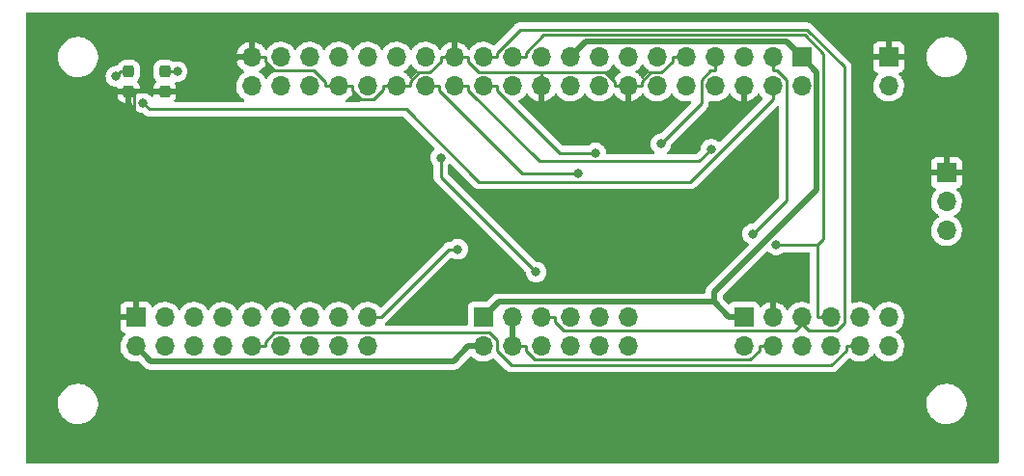
<source format=gtl>
G04 #@! TF.GenerationSoftware,KiCad,Pcbnew,6.0.9-8da3e8f707~116~ubuntu20.04.1*
G04 #@! TF.CreationDate,2023-03-05T21:16:07+01:00*
G04 #@! TF.ProjectId,pi4_pmod,7069345f-706d-46f6-942e-6b696361645f,rev?*
G04 #@! TF.SameCoordinates,Original*
G04 #@! TF.FileFunction,Copper,L1,Top*
G04 #@! TF.FilePolarity,Positive*
%FSLAX46Y46*%
G04 Gerber Fmt 4.6, Leading zero omitted, Abs format (unit mm)*
G04 Created by KiCad (PCBNEW 6.0.9-8da3e8f707~116~ubuntu20.04.1) date 2023-03-05 21:16:07*
%MOMM*%
%LPD*%
G01*
G04 APERTURE LIST*
G04 Aperture macros list*
%AMRoundRect*
0 Rectangle with rounded corners*
0 $1 Rounding radius*
0 $2 $3 $4 $5 $6 $7 $8 $9 X,Y pos of 4 corners*
0 Add a 4 corners polygon primitive as box body*
4,1,4,$2,$3,$4,$5,$6,$7,$8,$9,$2,$3,0*
0 Add four circle primitives for the rounded corners*
1,1,$1+$1,$2,$3*
1,1,$1+$1,$4,$5*
1,1,$1+$1,$6,$7*
1,1,$1+$1,$8,$9*
0 Add four rect primitives between the rounded corners*
20,1,$1+$1,$2,$3,$4,$5,0*
20,1,$1+$1,$4,$5,$6,$7,0*
20,1,$1+$1,$6,$7,$8,$9,0*
20,1,$1+$1,$8,$9,$2,$3,0*%
G04 Aperture macros list end*
G04 #@! TA.AperFunction,ComponentPad*
%ADD10R,1.700000X1.700000*%
G04 #@! TD*
G04 #@! TA.AperFunction,ComponentPad*
%ADD11O,1.700000X1.700000*%
G04 #@! TD*
G04 #@! TA.AperFunction,SMDPad,CuDef*
%ADD12RoundRect,0.237500X0.237500X-0.287500X0.237500X0.287500X-0.237500X0.287500X-0.237500X-0.287500X0*%
G04 #@! TD*
G04 #@! TA.AperFunction,ViaPad*
%ADD13C,0.800000*%
G04 #@! TD*
G04 #@! TA.AperFunction,Conductor*
%ADD14C,0.250000*%
G04 #@! TD*
G04 #@! TA.AperFunction,Conductor*
%ADD15C,0.500000*%
G04 #@! TD*
G04 APERTURE END LIST*
D10*
X137160000Y-68580000D03*
D11*
X137160000Y-71120000D03*
X139700000Y-68580000D03*
X139700000Y-71120000D03*
X142240000Y-68580000D03*
X142240000Y-71120000D03*
X144780000Y-68580000D03*
X144780000Y-71120000D03*
X147320000Y-68580000D03*
X147320000Y-71120000D03*
X149860000Y-68580000D03*
X149860000Y-71120000D03*
D10*
X160020000Y-68580000D03*
D11*
X160020000Y-71120000D03*
X162560000Y-68580000D03*
X162560000Y-71120000D03*
X165100000Y-68580000D03*
X165100000Y-71120000D03*
X167640000Y-68580000D03*
X167640000Y-71120000D03*
X170180000Y-68580000D03*
X170180000Y-71120000D03*
X172720000Y-68580000D03*
X172720000Y-71120000D03*
D10*
X165100000Y-45720000D03*
D11*
X165100000Y-48260000D03*
X162560000Y-45720000D03*
X162560000Y-48260000D03*
X160020000Y-45720000D03*
X160020000Y-48260000D03*
X157480000Y-45720000D03*
X157480000Y-48260000D03*
X154940000Y-45720000D03*
X154940000Y-48260000D03*
X152400000Y-45720000D03*
X152400000Y-48260000D03*
X149860000Y-45720000D03*
X149860000Y-48260000D03*
X147320000Y-45720000D03*
X147320000Y-48260000D03*
X144780000Y-45720000D03*
X144780000Y-48260000D03*
X142240000Y-45720000D03*
X142240000Y-48260000D03*
X139700000Y-45720000D03*
X139700000Y-48260000D03*
X137160000Y-45720000D03*
X137160000Y-48260000D03*
X134620000Y-45720000D03*
X134620000Y-48260000D03*
X132080000Y-45720000D03*
X132080000Y-48260000D03*
X129540000Y-45720000D03*
X129540000Y-48260000D03*
X127000000Y-45720000D03*
X127000000Y-48260000D03*
X124460000Y-45720000D03*
X124460000Y-48260000D03*
X121920000Y-45720000D03*
X121920000Y-48260000D03*
X119380000Y-45720000D03*
X119380000Y-48260000D03*
X116840000Y-45720000D03*
X116840000Y-48260000D03*
D12*
X109220000Y-48740000D03*
X109220000Y-46990000D03*
D10*
X106680000Y-68580000D03*
D11*
X106680000Y-71120000D03*
X109220000Y-68580000D03*
X109220000Y-71120000D03*
X111760000Y-68580000D03*
X111760000Y-71120000D03*
X114300000Y-68580000D03*
X114300000Y-71120000D03*
X116840000Y-68580000D03*
X116840000Y-71120000D03*
X119380000Y-68580000D03*
X119380000Y-71120000D03*
X121920000Y-68580000D03*
X121920000Y-71120000D03*
X124460000Y-68580000D03*
X124460000Y-71120000D03*
X127000000Y-68580000D03*
X127000000Y-71120000D03*
D10*
X172720000Y-45720000D03*
D11*
X172720000Y-48260000D03*
D12*
X106045000Y-48740000D03*
X106045000Y-46990000D03*
D10*
X177800000Y-55880000D03*
D11*
X177800000Y-58420000D03*
X177800000Y-60960000D03*
D13*
X107288600Y-49722400D03*
X139065000Y-42545000D03*
X139700000Y-60325000D03*
X104929200Y-47408900D03*
X110302400Y-46990000D03*
X160805600Y-61249600D03*
X152744800Y-53331900D03*
X134909200Y-62594200D03*
X162845400Y-62219200D03*
X147002600Y-54138200D03*
X157148400Y-53813600D03*
X141788700Y-64602100D03*
X133428500Y-54556900D03*
X145437700Y-55956500D03*
D14*
X107288600Y-49722400D02*
X107862400Y-50296200D01*
X136773700Y-56681800D02*
X155313500Y-56681800D01*
X107862400Y-50296200D02*
X130388100Y-50296200D01*
X162560000Y-48260000D02*
X162560000Y-49435300D01*
X130388100Y-50296200D02*
X136773700Y-56681800D01*
X155313500Y-56681800D02*
X162560000Y-49435300D01*
X130715300Y-48260000D02*
X130715300Y-47892600D01*
X128364700Y-48260000D02*
X128364700Y-48570100D01*
X125635300Y-48627400D02*
X125635300Y-48260000D01*
X149860000Y-48260000D02*
X151035300Y-48260000D01*
X152767400Y-47084700D02*
X151843200Y-47084700D01*
X129540000Y-48260000D02*
X130715300Y-48260000D01*
X161384700Y-71487400D02*
X161384700Y-71120000D01*
X109220000Y-48740000D02*
X106563300Y-48740000D01*
X139700000Y-71120000D02*
X140875300Y-71120000D01*
X142240000Y-48260000D02*
X142240000Y-47197300D01*
X140875300Y-71487300D02*
X141683300Y-72295300D01*
X115664700Y-45720000D02*
X112644700Y-48740000D01*
X112644700Y-48740000D02*
X109220000Y-48740000D01*
X148684700Y-47892600D02*
X148684700Y-48260000D01*
X123284700Y-47892600D02*
X122287400Y-46895300D01*
X133444700Y-46087400D02*
X133444700Y-45720000D01*
X162560000Y-71120000D02*
X161384700Y-71120000D01*
X106563300Y-48740000D02*
X106563300Y-67288000D01*
X131523200Y-47084700D02*
X132447400Y-47084700D01*
X160576800Y-72295300D02*
X161384700Y-71487400D01*
X106563300Y-48740000D02*
X106045000Y-48740000D01*
X124460000Y-48260000D02*
X123284700Y-48260000D01*
X136792700Y-47084700D02*
X135795300Y-46087300D01*
X149860000Y-48260000D02*
X148684700Y-48260000D01*
X141683300Y-72295300D02*
X160576800Y-72295300D01*
X134620000Y-45720000D02*
X135795300Y-45720000D01*
X135795300Y-46087300D02*
X135795300Y-45720000D01*
X116840000Y-45720000D02*
X115664700Y-45720000D01*
X151035300Y-47892600D02*
X151035300Y-48260000D01*
X106563300Y-67288000D02*
X106680000Y-67404700D01*
X126443200Y-49435300D02*
X125635300Y-48627400D01*
X140875300Y-71120000D02*
X140875300Y-71487300D01*
X118015300Y-46087400D02*
X118015300Y-45720000D01*
X132447400Y-47084700D02*
X133444700Y-46087400D01*
X122287400Y-46895300D02*
X118823200Y-46895300D01*
X154940000Y-45720000D02*
X153764700Y-45720000D01*
X118823200Y-46895300D02*
X118015300Y-46087400D01*
X142240000Y-47197300D02*
X142240000Y-47084700D01*
X127499500Y-49435300D02*
X126443200Y-49435300D01*
X153764700Y-45720000D02*
X153764700Y-46087400D01*
X142240000Y-47084700D02*
X147876800Y-47084700D01*
X153764700Y-46087400D02*
X152767400Y-47084700D01*
X134620000Y-45720000D02*
X133444700Y-45720000D01*
X123284700Y-48260000D02*
X123284700Y-47892600D01*
X147876800Y-47084700D02*
X148684700Y-47892600D01*
X128952400Y-48260000D02*
X128364700Y-48260000D01*
X128364700Y-48570100D02*
X127499500Y-49435300D01*
X124460000Y-48260000D02*
X125635300Y-48260000D01*
X116840000Y-45720000D02*
X118015300Y-45720000D01*
X129540000Y-48260000D02*
X128952400Y-48260000D01*
X106680000Y-68580000D02*
X106680000Y-67404700D01*
X151843200Y-47084700D02*
X151035300Y-47892600D01*
X142240000Y-47084700D02*
X136792700Y-47084700D01*
X130715300Y-47892600D02*
X131523200Y-47084700D01*
D15*
X137160000Y-71120000D02*
X135859700Y-71120000D01*
X157386100Y-67246400D02*
X138493600Y-67246400D01*
X146137100Y-44362900D02*
X163742900Y-44362900D01*
X166413800Y-47033800D02*
X166413800Y-57341300D01*
X138493600Y-67246400D02*
X137160000Y-68580000D01*
X160020000Y-68580000D02*
X158719700Y-68580000D01*
X107980300Y-72420300D02*
X134559400Y-72420300D01*
X157386100Y-66369000D02*
X157386100Y-67246400D01*
X165100000Y-45720000D02*
X166413800Y-47033800D01*
X166413800Y-57341300D02*
X157386100Y-66369000D01*
X134559400Y-72420300D02*
X135859700Y-71120000D01*
X106680000Y-71120000D02*
X107980300Y-72420300D01*
X144780000Y-45720000D02*
X146137100Y-44362900D01*
X163742900Y-44362900D02*
X165100000Y-45720000D01*
X158719700Y-68580000D02*
X157386100Y-67246400D01*
D14*
X106045000Y-46990000D02*
X105348100Y-46990000D01*
X105348100Y-46990000D02*
X104929200Y-47408900D01*
X109220000Y-46990000D02*
X110302400Y-46990000D01*
X160805600Y-61249600D02*
X163735300Y-58319900D01*
X163735300Y-47703200D02*
X162927400Y-46895300D01*
X163735300Y-58319900D02*
X163735300Y-47703200D01*
X162560000Y-45720000D02*
X162560000Y-46895300D01*
X162927400Y-46895300D02*
X162560000Y-46895300D01*
X156304700Y-49772000D02*
X156304700Y-47703200D01*
X156304700Y-47703200D02*
X157112600Y-46895300D01*
X157480000Y-45720000D02*
X157480000Y-46895300D01*
X152744800Y-53331900D02*
X156304700Y-49772000D01*
X157112600Y-46895300D02*
X157480000Y-46895300D01*
X134161100Y-62594200D02*
X134909200Y-62594200D01*
X128175300Y-68580000D02*
X134161100Y-62594200D01*
X127000000Y-68580000D02*
X128175300Y-68580000D01*
X142457600Y-43770300D02*
X165365000Y-43770300D01*
X167640000Y-68580000D02*
X166464700Y-68580000D01*
X140875300Y-45352600D02*
X142457600Y-43770300D01*
X165365000Y-43770300D02*
X167002300Y-45407600D01*
X167002300Y-45407600D02*
X167002300Y-61681600D01*
X167002300Y-61681600D02*
X166464700Y-62219200D01*
X139700000Y-45720000D02*
X140875300Y-45720000D01*
X140875300Y-45720000D02*
X140875300Y-45352600D01*
X166464700Y-62219200D02*
X166464700Y-68580000D01*
X166464700Y-62219200D02*
X162845400Y-62219200D01*
X165100000Y-69167600D02*
X164512300Y-69755300D01*
X164512300Y-69755300D02*
X144223200Y-69755300D01*
X165687800Y-69755400D02*
X168165600Y-69755400D01*
X168165600Y-69755400D02*
X168816900Y-69104100D01*
X165100000Y-69167600D02*
X165687800Y-69755400D01*
X142240000Y-68580000D02*
X143415300Y-68580000D01*
X168816900Y-46585300D02*
X165551600Y-43320000D01*
X165551600Y-43320000D02*
X140368000Y-43320000D01*
X144223200Y-69755300D02*
X143415300Y-68947400D01*
X165100000Y-68580000D02*
X165100000Y-69167600D01*
X143415300Y-68947400D02*
X143415300Y-68580000D01*
X140368000Y-43320000D02*
X138335300Y-45352700D01*
X137160000Y-45720000D02*
X138335300Y-45720000D01*
X138335300Y-45352700D02*
X138335300Y-45720000D01*
X168816900Y-69104100D02*
X168816900Y-46585300D01*
X147002600Y-54138200D02*
X143846100Y-54138200D01*
X143846100Y-54138200D02*
X138335300Y-48627400D01*
X138335300Y-48627400D02*
X138335300Y-48260000D01*
X137160000Y-48260000D02*
X138335300Y-48260000D01*
X135795300Y-48260000D02*
X135795300Y-48627300D01*
X134620000Y-48260000D02*
X135795300Y-48260000D01*
X142051800Y-54883800D02*
X156078200Y-54883800D01*
X156078200Y-54883800D02*
X157148400Y-53813600D01*
X135795300Y-48627300D02*
X142051800Y-54883800D01*
X141788700Y-64602100D02*
X133428500Y-56241900D01*
X133428500Y-56241900D02*
X133428500Y-54556900D01*
X133255300Y-48627300D02*
X140584500Y-55956500D01*
X133255300Y-48260000D02*
X133255300Y-48627300D01*
X140584500Y-55956500D02*
X145437700Y-55956500D01*
X132080000Y-48260000D02*
X133255300Y-48260000D01*
X118823200Y-69944700D02*
X118015300Y-70752600D01*
X138335400Y-71501100D02*
X138335400Y-70572300D01*
X118015300Y-70752600D02*
X118015300Y-71120000D01*
X137707800Y-69944700D02*
X118823200Y-69944700D01*
X116840000Y-71120000D02*
X118015300Y-71120000D01*
X139627400Y-72793100D02*
X138335400Y-71501100D01*
X169004700Y-71120000D02*
X169004700Y-71487300D01*
X138335400Y-70572300D02*
X137707800Y-69944700D01*
X169004700Y-71487300D02*
X167698900Y-72793100D01*
X170180000Y-71120000D02*
X169004700Y-71120000D01*
X167698900Y-72793100D02*
X139627400Y-72793100D01*
G04 #@! TA.AperFunction,Conductor*
G36*
X182215018Y-41785000D02*
G01*
X182229853Y-41787310D01*
X182229855Y-41787310D01*
X182238724Y-41788691D01*
X182244508Y-41787935D01*
X182310868Y-41808307D01*
X182356700Y-41862528D01*
X182365165Y-41903873D01*
X182366309Y-41903723D01*
X182366309Y-41903724D01*
X182366329Y-41903873D01*
X182370436Y-41935283D01*
X182371500Y-41951621D01*
X182371500Y-81230633D01*
X182370000Y-81250018D01*
X182366309Y-81273724D01*
X182367065Y-81279508D01*
X182346693Y-81345868D01*
X182292472Y-81391700D01*
X182251127Y-81400165D01*
X182251277Y-81401309D01*
X182251276Y-81401309D01*
X182219714Y-81405436D01*
X182203379Y-81406500D01*
X97204367Y-81406500D01*
X97184982Y-81405000D01*
X97170148Y-81402690D01*
X97170145Y-81402690D01*
X97161276Y-81401309D01*
X97156065Y-81401990D01*
X97089984Y-81381706D01*
X97044150Y-81327486D01*
X97033671Y-81284778D01*
X97033729Y-81280000D01*
X97029773Y-81252376D01*
X97028500Y-81234514D01*
X97028500Y-76307655D01*
X99839858Y-76307655D01*
X99875104Y-76566638D01*
X99876412Y-76571124D01*
X99876412Y-76571126D01*
X99896098Y-76638664D01*
X99948243Y-76817567D01*
X100057668Y-77054928D01*
X100060231Y-77058837D01*
X100198410Y-77269596D01*
X100198414Y-77269601D01*
X100200976Y-77273509D01*
X100375018Y-77468506D01*
X100575970Y-77635637D01*
X100579973Y-77638066D01*
X100795422Y-77768804D01*
X100795426Y-77768806D01*
X100799419Y-77771229D01*
X101040455Y-77872303D01*
X101293783Y-77936641D01*
X101298434Y-77937109D01*
X101298438Y-77937110D01*
X101491308Y-77956531D01*
X101510867Y-77958500D01*
X101666354Y-77958500D01*
X101668679Y-77958327D01*
X101668685Y-77958327D01*
X101856000Y-77944407D01*
X101856004Y-77944406D01*
X101860652Y-77944061D01*
X101865200Y-77943032D01*
X101865206Y-77943031D01*
X102051601Y-77900853D01*
X102115577Y-77886377D01*
X102151769Y-77872303D01*
X102354824Y-77793340D01*
X102354827Y-77793339D01*
X102359177Y-77791647D01*
X102586098Y-77661951D01*
X102791357Y-77500138D01*
X102970443Y-77309763D01*
X103119424Y-77095009D01*
X103235025Y-76860593D01*
X103314707Y-76611665D01*
X103356721Y-76353693D01*
X103357324Y-76307655D01*
X176039858Y-76307655D01*
X176075104Y-76566638D01*
X176076412Y-76571124D01*
X176076412Y-76571126D01*
X176096098Y-76638664D01*
X176148243Y-76817567D01*
X176257668Y-77054928D01*
X176260231Y-77058837D01*
X176398410Y-77269596D01*
X176398414Y-77269601D01*
X176400976Y-77273509D01*
X176575018Y-77468506D01*
X176775970Y-77635637D01*
X176779973Y-77638066D01*
X176995422Y-77768804D01*
X176995426Y-77768806D01*
X176999419Y-77771229D01*
X177240455Y-77872303D01*
X177493783Y-77936641D01*
X177498434Y-77937109D01*
X177498438Y-77937110D01*
X177691308Y-77956531D01*
X177710867Y-77958500D01*
X177866354Y-77958500D01*
X177868679Y-77958327D01*
X177868685Y-77958327D01*
X178056000Y-77944407D01*
X178056004Y-77944406D01*
X178060652Y-77944061D01*
X178065200Y-77943032D01*
X178065206Y-77943031D01*
X178251601Y-77900853D01*
X178315577Y-77886377D01*
X178351769Y-77872303D01*
X178554824Y-77793340D01*
X178554827Y-77793339D01*
X178559177Y-77791647D01*
X178786098Y-77661951D01*
X178991357Y-77500138D01*
X179170443Y-77309763D01*
X179319424Y-77095009D01*
X179435025Y-76860593D01*
X179514707Y-76611665D01*
X179556721Y-76353693D01*
X179560142Y-76092345D01*
X179524896Y-75833362D01*
X179510473Y-75783877D01*
X179453068Y-75586932D01*
X179451757Y-75582433D01*
X179342332Y-75345072D01*
X179309519Y-75295024D01*
X179201590Y-75130404D01*
X179201586Y-75130399D01*
X179199024Y-75126491D01*
X179024982Y-74931494D01*
X178824030Y-74764363D01*
X178776844Y-74735730D01*
X178604578Y-74631196D01*
X178604574Y-74631194D01*
X178600581Y-74628771D01*
X178359545Y-74527697D01*
X178106217Y-74463359D01*
X178101566Y-74462891D01*
X178101562Y-74462890D01*
X177892271Y-74441816D01*
X177889133Y-74441500D01*
X177733646Y-74441500D01*
X177731321Y-74441673D01*
X177731315Y-74441673D01*
X177544000Y-74455593D01*
X177543996Y-74455594D01*
X177539348Y-74455939D01*
X177534800Y-74456968D01*
X177534794Y-74456969D01*
X177348399Y-74499147D01*
X177284423Y-74513623D01*
X177280071Y-74515315D01*
X177280069Y-74515316D01*
X177045176Y-74606660D01*
X177045173Y-74606661D01*
X177040823Y-74608353D01*
X176813902Y-74738049D01*
X176608643Y-74899862D01*
X176429557Y-75090237D01*
X176280576Y-75304991D01*
X176164975Y-75539407D01*
X176085293Y-75788335D01*
X176043279Y-76046307D01*
X176039858Y-76307655D01*
X103357324Y-76307655D01*
X103360142Y-76092345D01*
X103324896Y-75833362D01*
X103310473Y-75783877D01*
X103253068Y-75586932D01*
X103251757Y-75582433D01*
X103142332Y-75345072D01*
X103109519Y-75295024D01*
X103001590Y-75130404D01*
X103001586Y-75130399D01*
X102999024Y-75126491D01*
X102824982Y-74931494D01*
X102624030Y-74764363D01*
X102576844Y-74735730D01*
X102404578Y-74631196D01*
X102404574Y-74631194D01*
X102400581Y-74628771D01*
X102159545Y-74527697D01*
X101906217Y-74463359D01*
X101901566Y-74462891D01*
X101901562Y-74462890D01*
X101692271Y-74441816D01*
X101689133Y-74441500D01*
X101533646Y-74441500D01*
X101531321Y-74441673D01*
X101531315Y-74441673D01*
X101344000Y-74455593D01*
X101343996Y-74455594D01*
X101339348Y-74455939D01*
X101334800Y-74456968D01*
X101334794Y-74456969D01*
X101148399Y-74499147D01*
X101084423Y-74513623D01*
X101080071Y-74515315D01*
X101080069Y-74515316D01*
X100845176Y-74606660D01*
X100845173Y-74606661D01*
X100840823Y-74608353D01*
X100613902Y-74738049D01*
X100408643Y-74899862D01*
X100229557Y-75090237D01*
X100080576Y-75304991D01*
X99964975Y-75539407D01*
X99885293Y-75788335D01*
X99843279Y-76046307D01*
X99839858Y-76307655D01*
X97028500Y-76307655D01*
X97028500Y-71086695D01*
X105317251Y-71086695D01*
X105317548Y-71091848D01*
X105317548Y-71091851D01*
X105323011Y-71186590D01*
X105330110Y-71309715D01*
X105331247Y-71314761D01*
X105331248Y-71314767D01*
X105342031Y-71362614D01*
X105379222Y-71527639D01*
X105463266Y-71734616D01*
X105514019Y-71817438D01*
X105577291Y-71920688D01*
X105579987Y-71925088D01*
X105726250Y-72093938D01*
X105898126Y-72236632D01*
X106091000Y-72349338D01*
X106299692Y-72429030D01*
X106304760Y-72430061D01*
X106304763Y-72430062D01*
X106412017Y-72451883D01*
X106518597Y-72473567D01*
X106523772Y-72473757D01*
X106523774Y-72473757D01*
X106736673Y-72481564D01*
X106736677Y-72481564D01*
X106741837Y-72481753D01*
X106881908Y-72463809D01*
X106952017Y-72474993D01*
X106987012Y-72499693D01*
X107396530Y-72909211D01*
X107408916Y-72923623D01*
X107417449Y-72935218D01*
X107417454Y-72935223D01*
X107421792Y-72941118D01*
X107427370Y-72945857D01*
X107427373Y-72945860D01*
X107462068Y-72975335D01*
X107469584Y-72982265D01*
X107475279Y-72987960D01*
X107478161Y-72990240D01*
X107497551Y-73005581D01*
X107500955Y-73008372D01*
X107551003Y-73050891D01*
X107556585Y-73055633D01*
X107563101Y-73058961D01*
X107568150Y-73062328D01*
X107573279Y-73065495D01*
X107579016Y-73070034D01*
X107645175Y-73100955D01*
X107649069Y-73102858D01*
X107714108Y-73136069D01*
X107721216Y-73137808D01*
X107726859Y-73139907D01*
X107732622Y-73141824D01*
X107739250Y-73144922D01*
X107746412Y-73146412D01*
X107746413Y-73146412D01*
X107810712Y-73159786D01*
X107814996Y-73160756D01*
X107885910Y-73178108D01*
X107891512Y-73178456D01*
X107891515Y-73178456D01*
X107897064Y-73178800D01*
X107897062Y-73178836D01*
X107901055Y-73179075D01*
X107905247Y-73179449D01*
X107912415Y-73180940D01*
X107989820Y-73178846D01*
X107993228Y-73178800D01*
X134492330Y-73178800D01*
X134511280Y-73180233D01*
X134525515Y-73182399D01*
X134525519Y-73182399D01*
X134532749Y-73183499D01*
X134540041Y-73182906D01*
X134540044Y-73182906D01*
X134585418Y-73179215D01*
X134595633Y-73178800D01*
X134603693Y-73178800D01*
X134621080Y-73176773D01*
X134631907Y-73175511D01*
X134636282Y-73175078D01*
X134701739Y-73169754D01*
X134701742Y-73169753D01*
X134709037Y-73169160D01*
X134716001Y-73166904D01*
X134721960Y-73165713D01*
X134727815Y-73164329D01*
X134735081Y-73163482D01*
X134803727Y-73138565D01*
X134807855Y-73137148D01*
X134870336Y-73116907D01*
X134870338Y-73116906D01*
X134877299Y-73114651D01*
X134883554Y-73110855D01*
X134889028Y-73108349D01*
X134894458Y-73105630D01*
X134901337Y-73103133D01*
X134907458Y-73099120D01*
X134962376Y-73063114D01*
X134966080Y-73060777D01*
X135028507Y-73022895D01*
X135036884Y-73015497D01*
X135036908Y-73015524D01*
X135039900Y-73012871D01*
X135043133Y-73010168D01*
X135049252Y-73006156D01*
X135102528Y-72949917D01*
X135104906Y-72947475D01*
X135995517Y-72056864D01*
X136057829Y-72022838D01*
X136128644Y-72027903D01*
X136179848Y-72063460D01*
X136199340Y-72085961D01*
X136206250Y-72093938D01*
X136378126Y-72236632D01*
X136571000Y-72349338D01*
X136779692Y-72429030D01*
X136784760Y-72430061D01*
X136784763Y-72430062D01*
X136892017Y-72451883D01*
X136998597Y-72473567D01*
X137003772Y-72473757D01*
X137003774Y-72473757D01*
X137216673Y-72481564D01*
X137216677Y-72481564D01*
X137221837Y-72481753D01*
X137226957Y-72481097D01*
X137226959Y-72481097D01*
X137438288Y-72454025D01*
X137438289Y-72454025D01*
X137443416Y-72453368D01*
X137448366Y-72451883D01*
X137652429Y-72390661D01*
X137652434Y-72390659D01*
X137657384Y-72389174D01*
X137857994Y-72290896D01*
X137987874Y-72198254D01*
X138054945Y-72174982D01*
X138123953Y-72191665D01*
X138150131Y-72211735D01*
X139123759Y-73185364D01*
X139131288Y-73193638D01*
X139135400Y-73200118D01*
X139141177Y-73205543D01*
X139185051Y-73246743D01*
X139187893Y-73249498D01*
X139207630Y-73269235D01*
X139210827Y-73271715D01*
X139219847Y-73279418D01*
X139252079Y-73309686D01*
X139259025Y-73313505D01*
X139259028Y-73313507D01*
X139269834Y-73319448D01*
X139286353Y-73330299D01*
X139302359Y-73342714D01*
X139309628Y-73345859D01*
X139309632Y-73345862D01*
X139342937Y-73360274D01*
X139353587Y-73365491D01*
X139392340Y-73386795D01*
X139400015Y-73388766D01*
X139400016Y-73388766D01*
X139411962Y-73391833D01*
X139430667Y-73398237D01*
X139449255Y-73406281D01*
X139457078Y-73407520D01*
X139457088Y-73407523D01*
X139492924Y-73413199D01*
X139504544Y-73415605D01*
X139536359Y-73423773D01*
X139547370Y-73426600D01*
X139567624Y-73426600D01*
X139587334Y-73428151D01*
X139607343Y-73431320D01*
X139615235Y-73430574D01*
X139633980Y-73428802D01*
X139651362Y-73427159D01*
X139663219Y-73426600D01*
X167620133Y-73426600D01*
X167631316Y-73427127D01*
X167638809Y-73428802D01*
X167646735Y-73428553D01*
X167646736Y-73428553D01*
X167706886Y-73426662D01*
X167710845Y-73426600D01*
X167738756Y-73426600D01*
X167742691Y-73426103D01*
X167742756Y-73426095D01*
X167754593Y-73425162D01*
X167786851Y-73424148D01*
X167790870Y-73424022D01*
X167798789Y-73423773D01*
X167818243Y-73418121D01*
X167837600Y-73414113D01*
X167849830Y-73412568D01*
X167849831Y-73412568D01*
X167857697Y-73411574D01*
X167865068Y-73408655D01*
X167865070Y-73408655D01*
X167898812Y-73395296D01*
X167910042Y-73391451D01*
X167944883Y-73381329D01*
X167944884Y-73381329D01*
X167952493Y-73379118D01*
X167959312Y-73375085D01*
X167959317Y-73375083D01*
X167969928Y-73368807D01*
X167987676Y-73360112D01*
X168006517Y-73352652D01*
X168042287Y-73326664D01*
X168052207Y-73320148D01*
X168083435Y-73301680D01*
X168083438Y-73301678D01*
X168090262Y-73297642D01*
X168104583Y-73283321D01*
X168119617Y-73270480D01*
X168129594Y-73263231D01*
X168136007Y-73258572D01*
X168164198Y-73224495D01*
X168172188Y-73215716D01*
X169182036Y-72205868D01*
X169244348Y-72171842D01*
X169315163Y-72176907D01*
X169351615Y-72198018D01*
X169360977Y-72205791D01*
X169398126Y-72236632D01*
X169591000Y-72349338D01*
X169799692Y-72429030D01*
X169804760Y-72430061D01*
X169804763Y-72430062D01*
X169912017Y-72451883D01*
X170018597Y-72473567D01*
X170023772Y-72473757D01*
X170023774Y-72473757D01*
X170236673Y-72481564D01*
X170236677Y-72481564D01*
X170241837Y-72481753D01*
X170246957Y-72481097D01*
X170246959Y-72481097D01*
X170458288Y-72454025D01*
X170458289Y-72454025D01*
X170463416Y-72453368D01*
X170468366Y-72451883D01*
X170672429Y-72390661D01*
X170672434Y-72390659D01*
X170677384Y-72389174D01*
X170877994Y-72290896D01*
X171059860Y-72161173D01*
X171081500Y-72139609D01*
X171164534Y-72056864D01*
X171218096Y-72003489D01*
X171277594Y-71920689D01*
X171348453Y-71822077D01*
X171349776Y-71823028D01*
X171396645Y-71779857D01*
X171466580Y-71767625D01*
X171532026Y-71795144D01*
X171559875Y-71826994D01*
X171619987Y-71925088D01*
X171766250Y-72093938D01*
X171938126Y-72236632D01*
X172131000Y-72349338D01*
X172339692Y-72429030D01*
X172344760Y-72430061D01*
X172344763Y-72430062D01*
X172452017Y-72451883D01*
X172558597Y-72473567D01*
X172563772Y-72473757D01*
X172563774Y-72473757D01*
X172776673Y-72481564D01*
X172776677Y-72481564D01*
X172781837Y-72481753D01*
X172786957Y-72481097D01*
X172786959Y-72481097D01*
X172998288Y-72454025D01*
X172998289Y-72454025D01*
X173003416Y-72453368D01*
X173008366Y-72451883D01*
X173212429Y-72390661D01*
X173212434Y-72390659D01*
X173217384Y-72389174D01*
X173417994Y-72290896D01*
X173599860Y-72161173D01*
X173621500Y-72139609D01*
X173704534Y-72056864D01*
X173758096Y-72003489D01*
X173817594Y-71920689D01*
X173885435Y-71826277D01*
X173888453Y-71822077D01*
X173901995Y-71794678D01*
X173985136Y-71626453D01*
X173985137Y-71626451D01*
X173987430Y-71621811D01*
X174052370Y-71408069D01*
X174081529Y-71186590D01*
X174083156Y-71120000D01*
X174064852Y-70897361D01*
X174010431Y-70680702D01*
X173921354Y-70475840D01*
X173865045Y-70388800D01*
X173802822Y-70292617D01*
X173802820Y-70292614D01*
X173800014Y-70288277D01*
X173649670Y-70123051D01*
X173645619Y-70119852D01*
X173645615Y-70119848D01*
X173478414Y-69987800D01*
X173478410Y-69987798D01*
X173474359Y-69984598D01*
X173433053Y-69961796D01*
X173383084Y-69911364D01*
X173368312Y-69841921D01*
X173393428Y-69775516D01*
X173420780Y-69748909D01*
X173464603Y-69717650D01*
X173599860Y-69621173D01*
X173758096Y-69463489D01*
X173888453Y-69282077D01*
X173901995Y-69254678D01*
X173985136Y-69086453D01*
X173985137Y-69086451D01*
X173987430Y-69081811D01*
X174024691Y-68959171D01*
X174050865Y-68873023D01*
X174050865Y-68873021D01*
X174052370Y-68868069D01*
X174081529Y-68646590D01*
X174083156Y-68580000D01*
X174064852Y-68357361D01*
X174010431Y-68140702D01*
X173921354Y-67935840D01*
X173800014Y-67748277D01*
X173649670Y-67583051D01*
X173645619Y-67579852D01*
X173645615Y-67579848D01*
X173478414Y-67447800D01*
X173478410Y-67447798D01*
X173474359Y-67444598D01*
X173438028Y-67424542D01*
X173422136Y-67415769D01*
X173278789Y-67336638D01*
X173273920Y-67334914D01*
X173273916Y-67334912D01*
X173073087Y-67263795D01*
X173073083Y-67263794D01*
X173068212Y-67262069D01*
X173063119Y-67261162D01*
X173063116Y-67261161D01*
X172853373Y-67223800D01*
X172853367Y-67223799D01*
X172848284Y-67222894D01*
X172774452Y-67221992D01*
X172630081Y-67220228D01*
X172630079Y-67220228D01*
X172624911Y-67220165D01*
X172404091Y-67253955D01*
X172191756Y-67323357D01*
X171993607Y-67426507D01*
X171989474Y-67429610D01*
X171989471Y-67429612D01*
X171906450Y-67491946D01*
X171814965Y-67560635D01*
X171660629Y-67722138D01*
X171553201Y-67879621D01*
X171498293Y-67924621D01*
X171427768Y-67932792D01*
X171364021Y-67901538D01*
X171343324Y-67877054D01*
X171262822Y-67752617D01*
X171262820Y-67752614D01*
X171260014Y-67748277D01*
X171109670Y-67583051D01*
X171105619Y-67579852D01*
X171105615Y-67579848D01*
X170938414Y-67447800D01*
X170938410Y-67447798D01*
X170934359Y-67444598D01*
X170898028Y-67424542D01*
X170882136Y-67415769D01*
X170738789Y-67336638D01*
X170733920Y-67334914D01*
X170733916Y-67334912D01*
X170533087Y-67263795D01*
X170533083Y-67263794D01*
X170528212Y-67262069D01*
X170523119Y-67261162D01*
X170523116Y-67261161D01*
X170313373Y-67223800D01*
X170313367Y-67223799D01*
X170308284Y-67222894D01*
X170234452Y-67221992D01*
X170090081Y-67220228D01*
X170090079Y-67220228D01*
X170084911Y-67220165D01*
X169864091Y-67253955D01*
X169651756Y-67323357D01*
X169646278Y-67326209D01*
X169634579Y-67332299D01*
X169564919Y-67346011D01*
X169498904Y-67319885D01*
X169457494Y-67262216D01*
X169450400Y-67220535D01*
X169450400Y-60926695D01*
X176437251Y-60926695D01*
X176437548Y-60931848D01*
X176437548Y-60931851D01*
X176443011Y-61026590D01*
X176450110Y-61149715D01*
X176451247Y-61154761D01*
X176451248Y-61154767D01*
X176471119Y-61242939D01*
X176499222Y-61367639D01*
X176548396Y-61488741D01*
X176572925Y-61549148D01*
X176583266Y-61574616D01*
X176585965Y-61579020D01*
X176679379Y-61731458D01*
X176699987Y-61765088D01*
X176846250Y-61933938D01*
X177018126Y-62076632D01*
X177211000Y-62189338D01*
X177419692Y-62269030D01*
X177424760Y-62270061D01*
X177424763Y-62270062D01*
X177532017Y-62291883D01*
X177638597Y-62313567D01*
X177643772Y-62313757D01*
X177643774Y-62313757D01*
X177856673Y-62321564D01*
X177856677Y-62321564D01*
X177861837Y-62321753D01*
X177866957Y-62321097D01*
X177866959Y-62321097D01*
X178078288Y-62294025D01*
X178078289Y-62294025D01*
X178083416Y-62293368D01*
X178088366Y-62291883D01*
X178292429Y-62230661D01*
X178292434Y-62230659D01*
X178297384Y-62229174D01*
X178497994Y-62130896D01*
X178679860Y-62001173D01*
X178686872Y-61994186D01*
X178772378Y-61908978D01*
X178838096Y-61843489D01*
X178864343Y-61806963D01*
X178965435Y-61666277D01*
X178968453Y-61662077D01*
X178973570Y-61651725D01*
X179065136Y-61466453D01*
X179065137Y-61466451D01*
X179067430Y-61461811D01*
X179132370Y-61248069D01*
X179161529Y-61026590D01*
X179163156Y-60960000D01*
X179144852Y-60737361D01*
X179090431Y-60520702D01*
X179001354Y-60315840D01*
X178880014Y-60128277D01*
X178729670Y-59963051D01*
X178725619Y-59959852D01*
X178725615Y-59959848D01*
X178558414Y-59827800D01*
X178558410Y-59827798D01*
X178554359Y-59824598D01*
X178513053Y-59801796D01*
X178463084Y-59751364D01*
X178448312Y-59681921D01*
X178473428Y-59615516D01*
X178500780Y-59588909D01*
X178544603Y-59557650D01*
X178679860Y-59461173D01*
X178838096Y-59303489D01*
X178897594Y-59220689D01*
X178965435Y-59126277D01*
X178968453Y-59122077D01*
X179067430Y-58921811D01*
X179132370Y-58708069D01*
X179161529Y-58486590D01*
X179163156Y-58420000D01*
X179144852Y-58197361D01*
X179090431Y-57980702D01*
X179001354Y-57775840D01*
X178880014Y-57588277D01*
X178876540Y-57584459D01*
X178876533Y-57584450D01*
X178732435Y-57426088D01*
X178701383Y-57362242D01*
X178709779Y-57291744D01*
X178754956Y-57236976D01*
X178781400Y-57223307D01*
X178888052Y-57183325D01*
X178903649Y-57174786D01*
X179005724Y-57098285D01*
X179018285Y-57085724D01*
X179094786Y-56983649D01*
X179103324Y-56968054D01*
X179148478Y-56847606D01*
X179152105Y-56832351D01*
X179157631Y-56781486D01*
X179158000Y-56774672D01*
X179158000Y-56152115D01*
X179153525Y-56136876D01*
X179152135Y-56135671D01*
X179144452Y-56134000D01*
X176460116Y-56134000D01*
X176444877Y-56138475D01*
X176443672Y-56139865D01*
X176442001Y-56147548D01*
X176442001Y-56774669D01*
X176442371Y-56781490D01*
X176447895Y-56832352D01*
X176451521Y-56847604D01*
X176496676Y-56968054D01*
X176505214Y-56983649D01*
X176581715Y-57085724D01*
X176594276Y-57098285D01*
X176696351Y-57174786D01*
X176711946Y-57183324D01*
X176820827Y-57224142D01*
X176877591Y-57266784D01*
X176902291Y-57333345D01*
X176887083Y-57402694D01*
X176867691Y-57429175D01*
X176744200Y-57558401D01*
X176740629Y-57562138D01*
X176614743Y-57746680D01*
X176520688Y-57949305D01*
X176460989Y-58164570D01*
X176437251Y-58386695D01*
X176437548Y-58391848D01*
X176437548Y-58391851D01*
X176443011Y-58486590D01*
X176450110Y-58609715D01*
X176451247Y-58614761D01*
X176451248Y-58614767D01*
X176467676Y-58687662D01*
X176499222Y-58827639D01*
X176583266Y-59034616D01*
X176699987Y-59225088D01*
X176846250Y-59393938D01*
X177018126Y-59536632D01*
X177088595Y-59577811D01*
X177091445Y-59579476D01*
X177140169Y-59631114D01*
X177153240Y-59700897D01*
X177126509Y-59766669D01*
X177086055Y-59800027D01*
X177073607Y-59806507D01*
X177069474Y-59809610D01*
X177069471Y-59809612D01*
X177045247Y-59827800D01*
X176894965Y-59940635D01*
X176740629Y-60102138D01*
X176614743Y-60286680D01*
X176599003Y-60320590D01*
X176534996Y-60458482D01*
X176520688Y-60489305D01*
X176460989Y-60704570D01*
X176437251Y-60926695D01*
X169450400Y-60926695D01*
X169450400Y-55607885D01*
X176442000Y-55607885D01*
X176446475Y-55623124D01*
X176447865Y-55624329D01*
X176455548Y-55626000D01*
X177527885Y-55626000D01*
X177543124Y-55621525D01*
X177544329Y-55620135D01*
X177546000Y-55612452D01*
X177546000Y-55607885D01*
X178054000Y-55607885D01*
X178058475Y-55623124D01*
X178059865Y-55624329D01*
X178067548Y-55626000D01*
X179139884Y-55626000D01*
X179155123Y-55621525D01*
X179156328Y-55620135D01*
X179157999Y-55612452D01*
X179157999Y-54985331D01*
X179157629Y-54978510D01*
X179152105Y-54927648D01*
X179148479Y-54912396D01*
X179103324Y-54791946D01*
X179094786Y-54776351D01*
X179018285Y-54674276D01*
X179005724Y-54661715D01*
X178903649Y-54585214D01*
X178888054Y-54576676D01*
X178767606Y-54531522D01*
X178752351Y-54527895D01*
X178701486Y-54522369D01*
X178694672Y-54522000D01*
X178072115Y-54522000D01*
X178056876Y-54526475D01*
X178055671Y-54527865D01*
X178054000Y-54535548D01*
X178054000Y-55607885D01*
X177546000Y-55607885D01*
X177546000Y-54540116D01*
X177541525Y-54524877D01*
X177540135Y-54523672D01*
X177532452Y-54522001D01*
X176905331Y-54522001D01*
X176898510Y-54522371D01*
X176847648Y-54527895D01*
X176832396Y-54531521D01*
X176711946Y-54576676D01*
X176696351Y-54585214D01*
X176594276Y-54661715D01*
X176581715Y-54674276D01*
X176505214Y-54776351D01*
X176496676Y-54791946D01*
X176451522Y-54912394D01*
X176447895Y-54927649D01*
X176442369Y-54978514D01*
X176442000Y-54985328D01*
X176442000Y-55607885D01*
X169450400Y-55607885D01*
X169450400Y-48226695D01*
X171357251Y-48226695D01*
X171357548Y-48231848D01*
X171357548Y-48231851D01*
X171363011Y-48326590D01*
X171370110Y-48449715D01*
X171371247Y-48454761D01*
X171371248Y-48454767D01*
X171378287Y-48486000D01*
X171419222Y-48667639D01*
X171503266Y-48874616D01*
X171540369Y-48935163D01*
X171617291Y-49060688D01*
X171619987Y-49065088D01*
X171766250Y-49233938D01*
X171938126Y-49376632D01*
X172131000Y-49489338D01*
X172135825Y-49491180D01*
X172135826Y-49491181D01*
X172167856Y-49503412D01*
X172339692Y-49569030D01*
X172344760Y-49570061D01*
X172344763Y-49570062D01*
X172439862Y-49589410D01*
X172558597Y-49613567D01*
X172563772Y-49613757D01*
X172563774Y-49613757D01*
X172776673Y-49621564D01*
X172776677Y-49621564D01*
X172781837Y-49621753D01*
X172786957Y-49621097D01*
X172786959Y-49621097D01*
X172998288Y-49594025D01*
X172998289Y-49594025D01*
X173003416Y-49593368D01*
X173008366Y-49591883D01*
X173212429Y-49530661D01*
X173212434Y-49530659D01*
X173217384Y-49529174D01*
X173417994Y-49430896D01*
X173599860Y-49301173D01*
X173758096Y-49143489D01*
X173817594Y-49060689D01*
X173885435Y-48966277D01*
X173888453Y-48962077D01*
X173901995Y-48934678D01*
X173985136Y-48766453D01*
X173985137Y-48766451D01*
X173987430Y-48761811D01*
X174052370Y-48548069D01*
X174081529Y-48326590D01*
X174081787Y-48316028D01*
X174083074Y-48263365D01*
X174083074Y-48263361D01*
X174083156Y-48260000D01*
X174064852Y-48037361D01*
X174010431Y-47820702D01*
X173921354Y-47615840D01*
X173863845Y-47526944D01*
X173802822Y-47432617D01*
X173802820Y-47432614D01*
X173800014Y-47428277D01*
X173796538Y-47424457D01*
X173796533Y-47424450D01*
X173652435Y-47266088D01*
X173621383Y-47202242D01*
X173629779Y-47131744D01*
X173674956Y-47076976D01*
X173701400Y-47063307D01*
X173808052Y-47023325D01*
X173823649Y-47014786D01*
X173925724Y-46938285D01*
X173938285Y-46925724D01*
X174014786Y-46823649D01*
X174023324Y-46808054D01*
X174068478Y-46687606D01*
X174072105Y-46672351D01*
X174077631Y-46621486D01*
X174078000Y-46614672D01*
X174078000Y-45992115D01*
X174073525Y-45976876D01*
X174072135Y-45975671D01*
X174064452Y-45974000D01*
X171380116Y-45974000D01*
X171364877Y-45978475D01*
X171363672Y-45979865D01*
X171362001Y-45987548D01*
X171362001Y-46614669D01*
X171362371Y-46621490D01*
X171367895Y-46672352D01*
X171371521Y-46687604D01*
X171416676Y-46808054D01*
X171425214Y-46823649D01*
X171501715Y-46925724D01*
X171514276Y-46938285D01*
X171616351Y-47014786D01*
X171631946Y-47023324D01*
X171740827Y-47064142D01*
X171797591Y-47106784D01*
X171822291Y-47173345D01*
X171807083Y-47242694D01*
X171787691Y-47269175D01*
X171664200Y-47398401D01*
X171660629Y-47402138D01*
X171657720Y-47406403D01*
X171657714Y-47406411D01*
X171623130Y-47457110D01*
X171534743Y-47586680D01*
X171519003Y-47620590D01*
X171444796Y-47780456D01*
X171440688Y-47789305D01*
X171380989Y-48004570D01*
X171357251Y-48226695D01*
X169450400Y-48226695D01*
X169450400Y-46664068D01*
X169450927Y-46652885D01*
X169452602Y-46645392D01*
X169451390Y-46606812D01*
X169450462Y-46577302D01*
X169450400Y-46573344D01*
X169450400Y-46545444D01*
X169449896Y-46541453D01*
X169448963Y-46529611D01*
X169448944Y-46528990D01*
X169447574Y-46485411D01*
X169441921Y-46465952D01*
X169437912Y-46446593D01*
X169436461Y-46435110D01*
X169435374Y-46426503D01*
X169432458Y-46419137D01*
X169432456Y-46419131D01*
X169419100Y-46385398D01*
X169415255Y-46374168D01*
X169405130Y-46339317D01*
X169405130Y-46339316D01*
X169402919Y-46331707D01*
X169392605Y-46314266D01*
X169383908Y-46296513D01*
X169379372Y-46285058D01*
X169376452Y-46277683D01*
X169350463Y-46241912D01*
X169343947Y-46231992D01*
X169325478Y-46200763D01*
X169321442Y-46193938D01*
X169307121Y-46179617D01*
X169294280Y-46164583D01*
X169287031Y-46154606D01*
X169282372Y-46148193D01*
X169248295Y-46120002D01*
X169239516Y-46112012D01*
X168955159Y-45827655D01*
X176039858Y-45827655D01*
X176075104Y-46086638D01*
X176076412Y-46091124D01*
X176076412Y-46091126D01*
X176091573Y-46143142D01*
X176148243Y-46337567D01*
X176257668Y-46574928D01*
X176260231Y-46578837D01*
X176398410Y-46789596D01*
X176398414Y-46789601D01*
X176400976Y-46793509D01*
X176516850Y-46923334D01*
X176569142Y-46981922D01*
X176575018Y-46988506D01*
X176775970Y-47155637D01*
X176779973Y-47158066D01*
X176995422Y-47288804D01*
X176995426Y-47288806D01*
X176999419Y-47291229D01*
X177240455Y-47392303D01*
X177493783Y-47456641D01*
X177498434Y-47457109D01*
X177498438Y-47457110D01*
X177691308Y-47476531D01*
X177710867Y-47478500D01*
X177866354Y-47478500D01*
X177868679Y-47478327D01*
X177868685Y-47478327D01*
X178056000Y-47464407D01*
X178056004Y-47464406D01*
X178060652Y-47464061D01*
X178065200Y-47463032D01*
X178065206Y-47463031D01*
X178275414Y-47415465D01*
X178315577Y-47406377D01*
X178319931Y-47404684D01*
X178554824Y-47313340D01*
X178554827Y-47313339D01*
X178559177Y-47311647D01*
X178786098Y-47181951D01*
X178991357Y-47020138D01*
X179170443Y-46829763D01*
X179295373Y-46649678D01*
X179316759Y-46618851D01*
X179316761Y-46618848D01*
X179319424Y-46615009D01*
X179323306Y-46607137D01*
X179432960Y-46384781D01*
X179432961Y-46384778D01*
X179435025Y-46380593D01*
X179443698Y-46353500D01*
X179513280Y-46136123D01*
X179514707Y-46131665D01*
X179556721Y-45873693D01*
X179560142Y-45612345D01*
X179524896Y-45353362D01*
X179510473Y-45303877D01*
X179453068Y-45106932D01*
X179451757Y-45102433D01*
X179439498Y-45075840D01*
X179355030Y-44892617D01*
X179342332Y-44865072D01*
X179278458Y-44767648D01*
X179201590Y-44650404D01*
X179201586Y-44650399D01*
X179199024Y-44646491D01*
X179024982Y-44451494D01*
X178824030Y-44284363D01*
X178622402Y-44162012D01*
X178604578Y-44151196D01*
X178604574Y-44151194D01*
X178600581Y-44148771D01*
X178359545Y-44047697D01*
X178106217Y-43983359D01*
X178101566Y-43982891D01*
X178101562Y-43982890D01*
X177892271Y-43961816D01*
X177889133Y-43961500D01*
X177733646Y-43961500D01*
X177731321Y-43961673D01*
X177731315Y-43961673D01*
X177544000Y-43975593D01*
X177543996Y-43975594D01*
X177539348Y-43975939D01*
X177534800Y-43976968D01*
X177534794Y-43976969D01*
X177348399Y-44019147D01*
X177284423Y-44033623D01*
X177280071Y-44035315D01*
X177280069Y-44035316D01*
X177045176Y-44126660D01*
X177045173Y-44126661D01*
X177040823Y-44128353D01*
X176813902Y-44258049D01*
X176608643Y-44419862D01*
X176429557Y-44610237D01*
X176280576Y-44824991D01*
X176278510Y-44829181D01*
X176278508Y-44829184D01*
X176168814Y-45051623D01*
X176164975Y-45059407D01*
X176163553Y-45063850D01*
X176163552Y-45063852D01*
X176102535Y-45254470D01*
X176085293Y-45308335D01*
X176043279Y-45566307D01*
X176043218Y-45570980D01*
X176040396Y-45786590D01*
X176039858Y-45827655D01*
X168955159Y-45827655D01*
X168575389Y-45447885D01*
X171362000Y-45447885D01*
X171366475Y-45463124D01*
X171367865Y-45464329D01*
X171375548Y-45466000D01*
X172447885Y-45466000D01*
X172463124Y-45461525D01*
X172464329Y-45460135D01*
X172466000Y-45452452D01*
X172466000Y-45447885D01*
X172974000Y-45447885D01*
X172978475Y-45463124D01*
X172979865Y-45464329D01*
X172987548Y-45466000D01*
X174059884Y-45466000D01*
X174075123Y-45461525D01*
X174076328Y-45460135D01*
X174077999Y-45452452D01*
X174077999Y-44825331D01*
X174077629Y-44818510D01*
X174072105Y-44767648D01*
X174068479Y-44752396D01*
X174023324Y-44631946D01*
X174014786Y-44616351D01*
X173938285Y-44514276D01*
X173925724Y-44501715D01*
X173823649Y-44425214D01*
X173808054Y-44416676D01*
X173687606Y-44371522D01*
X173672351Y-44367895D01*
X173621486Y-44362369D01*
X173614672Y-44362000D01*
X172992115Y-44362000D01*
X172976876Y-44366475D01*
X172975671Y-44367865D01*
X172974000Y-44375548D01*
X172974000Y-45447885D01*
X172466000Y-45447885D01*
X172466000Y-44380116D01*
X172461525Y-44364877D01*
X172460135Y-44363672D01*
X172452452Y-44362001D01*
X171825331Y-44362001D01*
X171818510Y-44362371D01*
X171767648Y-44367895D01*
X171752396Y-44371521D01*
X171631946Y-44416676D01*
X171616351Y-44425214D01*
X171514276Y-44501715D01*
X171501715Y-44514276D01*
X171425214Y-44616351D01*
X171416676Y-44631946D01*
X171371522Y-44752394D01*
X171367895Y-44767649D01*
X171362369Y-44818514D01*
X171362000Y-44825328D01*
X171362000Y-45447885D01*
X168575389Y-45447885D01*
X166055252Y-42927747D01*
X166047712Y-42919461D01*
X166043600Y-42912982D01*
X165993948Y-42866356D01*
X165991107Y-42863602D01*
X165971370Y-42843865D01*
X165968173Y-42841385D01*
X165959151Y-42833680D01*
X165945722Y-42821069D01*
X165926921Y-42803414D01*
X165919975Y-42799595D01*
X165919972Y-42799593D01*
X165909166Y-42793652D01*
X165892647Y-42782801D01*
X165892183Y-42782441D01*
X165876641Y-42770386D01*
X165869372Y-42767241D01*
X165869368Y-42767238D01*
X165836063Y-42752826D01*
X165825413Y-42747609D01*
X165786660Y-42726305D01*
X165767037Y-42721267D01*
X165748334Y-42714863D01*
X165737020Y-42709967D01*
X165737019Y-42709967D01*
X165729745Y-42706819D01*
X165721922Y-42705580D01*
X165721912Y-42705577D01*
X165686076Y-42699901D01*
X165674456Y-42697495D01*
X165639311Y-42688472D01*
X165639310Y-42688472D01*
X165631630Y-42686500D01*
X165611376Y-42686500D01*
X165591665Y-42684949D01*
X165579486Y-42683020D01*
X165571657Y-42681780D01*
X165542386Y-42684547D01*
X165527639Y-42685941D01*
X165515781Y-42686500D01*
X140446767Y-42686500D01*
X140435584Y-42685973D01*
X140428091Y-42684298D01*
X140420165Y-42684547D01*
X140420164Y-42684547D01*
X140360001Y-42686438D01*
X140356043Y-42686500D01*
X140328144Y-42686500D01*
X140324154Y-42687004D01*
X140312320Y-42687936D01*
X140268111Y-42689326D01*
X140260497Y-42691538D01*
X140260492Y-42691539D01*
X140248659Y-42694977D01*
X140229296Y-42698988D01*
X140209203Y-42701526D01*
X140201836Y-42704443D01*
X140201831Y-42704444D01*
X140168092Y-42717802D01*
X140156865Y-42721646D01*
X140114407Y-42733982D01*
X140107581Y-42738019D01*
X140096972Y-42744293D01*
X140079224Y-42752988D01*
X140060383Y-42760448D01*
X140053967Y-42765110D01*
X140053966Y-42765110D01*
X140024613Y-42786436D01*
X140014693Y-42792952D01*
X139983465Y-42811420D01*
X139983462Y-42811422D01*
X139976638Y-42815458D01*
X139962317Y-42829779D01*
X139947284Y-42842619D01*
X139930893Y-42854528D01*
X139922217Y-42865016D01*
X139902702Y-42888605D01*
X139894712Y-42897384D01*
X138157388Y-44634708D01*
X138095076Y-44668734D01*
X138024261Y-44663669D01*
X137990200Y-44644494D01*
X137918415Y-44587801D01*
X137918413Y-44587800D01*
X137914359Y-44584598D01*
X137878028Y-44564542D01*
X137786970Y-44514276D01*
X137718789Y-44476638D01*
X137713920Y-44474914D01*
X137713916Y-44474912D01*
X137513087Y-44403795D01*
X137513083Y-44403794D01*
X137508212Y-44402069D01*
X137503119Y-44401162D01*
X137503116Y-44401161D01*
X137293373Y-44363800D01*
X137293367Y-44363799D01*
X137288284Y-44362894D01*
X137214452Y-44361992D01*
X137070081Y-44360228D01*
X137070079Y-44360228D01*
X137064911Y-44360165D01*
X136844091Y-44393955D01*
X136631756Y-44463357D01*
X136433607Y-44566507D01*
X136429474Y-44569610D01*
X136429471Y-44569612D01*
X136304259Y-44663624D01*
X136254965Y-44700635D01*
X136251393Y-44704373D01*
X136132121Y-44829184D01*
X136100629Y-44862138D01*
X136097720Y-44866403D01*
X136097714Y-44866411D01*
X136095731Y-44869318D01*
X135993204Y-45019618D01*
X135992898Y-45020066D01*
X135937987Y-45065069D01*
X135867462Y-45073240D01*
X135803715Y-45041986D01*
X135783018Y-45017502D01*
X135702426Y-44892926D01*
X135696136Y-44884757D01*
X135552806Y-44727240D01*
X135545273Y-44720215D01*
X135378139Y-44588222D01*
X135369552Y-44582517D01*
X135183117Y-44479599D01*
X135173705Y-44475369D01*
X134972959Y-44404280D01*
X134962988Y-44401646D01*
X134891837Y-44388972D01*
X134878540Y-44390432D01*
X134874000Y-44404989D01*
X134874000Y-45848000D01*
X134853998Y-45916121D01*
X134800342Y-45962614D01*
X134748000Y-45974000D01*
X134492000Y-45974000D01*
X134423879Y-45953998D01*
X134377386Y-45900342D01*
X134366000Y-45848000D01*
X134366000Y-44403102D01*
X134362082Y-44389758D01*
X134347806Y-44387771D01*
X134309324Y-44393660D01*
X134299288Y-44396051D01*
X134096868Y-44462212D01*
X134087359Y-44466209D01*
X133898463Y-44564542D01*
X133889738Y-44570036D01*
X133719433Y-44697905D01*
X133711726Y-44704748D01*
X133564590Y-44858717D01*
X133558109Y-44866722D01*
X133453498Y-45020074D01*
X133398587Y-45065076D01*
X133328062Y-45073247D01*
X133264315Y-45041993D01*
X133243618Y-45017509D01*
X133162822Y-44892617D01*
X133162820Y-44892614D01*
X133160014Y-44888277D01*
X133009670Y-44723051D01*
X133005619Y-44719852D01*
X133005615Y-44719848D01*
X132838414Y-44587800D01*
X132838410Y-44587798D01*
X132834359Y-44584598D01*
X132798028Y-44564542D01*
X132706970Y-44514276D01*
X132638789Y-44476638D01*
X132633920Y-44474914D01*
X132633916Y-44474912D01*
X132433087Y-44403795D01*
X132433083Y-44403794D01*
X132428212Y-44402069D01*
X132423119Y-44401162D01*
X132423116Y-44401161D01*
X132213373Y-44363800D01*
X132213367Y-44363799D01*
X132208284Y-44362894D01*
X132134452Y-44361992D01*
X131990081Y-44360228D01*
X131990079Y-44360228D01*
X131984911Y-44360165D01*
X131764091Y-44393955D01*
X131551756Y-44463357D01*
X131353607Y-44566507D01*
X131349474Y-44569610D01*
X131349471Y-44569612D01*
X131224259Y-44663624D01*
X131174965Y-44700635D01*
X131171393Y-44704373D01*
X131052121Y-44829184D01*
X131020629Y-44862138D01*
X130913201Y-45019621D01*
X130858293Y-45064621D01*
X130787768Y-45072792D01*
X130724021Y-45041538D01*
X130703324Y-45017054D01*
X130622822Y-44892617D01*
X130622820Y-44892614D01*
X130620014Y-44888277D01*
X130469670Y-44723051D01*
X130465619Y-44719852D01*
X130465615Y-44719848D01*
X130298414Y-44587800D01*
X130298410Y-44587798D01*
X130294359Y-44584598D01*
X130258028Y-44564542D01*
X130166970Y-44514276D01*
X130098789Y-44476638D01*
X130093920Y-44474914D01*
X130093916Y-44474912D01*
X129893087Y-44403795D01*
X129893083Y-44403794D01*
X129888212Y-44402069D01*
X129883119Y-44401162D01*
X129883116Y-44401161D01*
X129673373Y-44363800D01*
X129673367Y-44363799D01*
X129668284Y-44362894D01*
X129594452Y-44361992D01*
X129450081Y-44360228D01*
X129450079Y-44360228D01*
X129444911Y-44360165D01*
X129224091Y-44393955D01*
X129011756Y-44463357D01*
X128813607Y-44566507D01*
X128809474Y-44569610D01*
X128809471Y-44569612D01*
X128684259Y-44663624D01*
X128634965Y-44700635D01*
X128631393Y-44704373D01*
X128512121Y-44829184D01*
X128480629Y-44862138D01*
X128373201Y-45019621D01*
X128318293Y-45064621D01*
X128247768Y-45072792D01*
X128184021Y-45041538D01*
X128163324Y-45017054D01*
X128082822Y-44892617D01*
X128082820Y-44892614D01*
X128080014Y-44888277D01*
X127929670Y-44723051D01*
X127925619Y-44719852D01*
X127925615Y-44719848D01*
X127758414Y-44587800D01*
X127758410Y-44587798D01*
X127754359Y-44584598D01*
X127718028Y-44564542D01*
X127626970Y-44514276D01*
X127558789Y-44476638D01*
X127553920Y-44474914D01*
X127553916Y-44474912D01*
X127353087Y-44403795D01*
X127353083Y-44403794D01*
X127348212Y-44402069D01*
X127343119Y-44401162D01*
X127343116Y-44401161D01*
X127133373Y-44363800D01*
X127133367Y-44363799D01*
X127128284Y-44362894D01*
X127054452Y-44361992D01*
X126910081Y-44360228D01*
X126910079Y-44360228D01*
X126904911Y-44360165D01*
X126684091Y-44393955D01*
X126471756Y-44463357D01*
X126273607Y-44566507D01*
X126269474Y-44569610D01*
X126269471Y-44569612D01*
X126144259Y-44663624D01*
X126094965Y-44700635D01*
X126091393Y-44704373D01*
X125972121Y-44829184D01*
X125940629Y-44862138D01*
X125833201Y-45019621D01*
X125778293Y-45064621D01*
X125707768Y-45072792D01*
X125644021Y-45041538D01*
X125623324Y-45017054D01*
X125542822Y-44892617D01*
X125542820Y-44892614D01*
X125540014Y-44888277D01*
X125389670Y-44723051D01*
X125385619Y-44719852D01*
X125385615Y-44719848D01*
X125218414Y-44587800D01*
X125218410Y-44587798D01*
X125214359Y-44584598D01*
X125178028Y-44564542D01*
X125086970Y-44514276D01*
X125018789Y-44476638D01*
X125013920Y-44474914D01*
X125013916Y-44474912D01*
X124813087Y-44403795D01*
X124813083Y-44403794D01*
X124808212Y-44402069D01*
X124803119Y-44401162D01*
X124803116Y-44401161D01*
X124593373Y-44363800D01*
X124593367Y-44363799D01*
X124588284Y-44362894D01*
X124514452Y-44361992D01*
X124370081Y-44360228D01*
X124370079Y-44360228D01*
X124364911Y-44360165D01*
X124144091Y-44393955D01*
X123931756Y-44463357D01*
X123733607Y-44566507D01*
X123729474Y-44569610D01*
X123729471Y-44569612D01*
X123604259Y-44663624D01*
X123554965Y-44700635D01*
X123551393Y-44704373D01*
X123432121Y-44829184D01*
X123400629Y-44862138D01*
X123293201Y-45019621D01*
X123238293Y-45064621D01*
X123167768Y-45072792D01*
X123104021Y-45041538D01*
X123083324Y-45017054D01*
X123002822Y-44892617D01*
X123002820Y-44892614D01*
X123000014Y-44888277D01*
X122849670Y-44723051D01*
X122845619Y-44719852D01*
X122845615Y-44719848D01*
X122678414Y-44587800D01*
X122678410Y-44587798D01*
X122674359Y-44584598D01*
X122638028Y-44564542D01*
X122546970Y-44514276D01*
X122478789Y-44476638D01*
X122473920Y-44474914D01*
X122473916Y-44474912D01*
X122273087Y-44403795D01*
X122273083Y-44403794D01*
X122268212Y-44402069D01*
X122263119Y-44401162D01*
X122263116Y-44401161D01*
X122053373Y-44363800D01*
X122053367Y-44363799D01*
X122048284Y-44362894D01*
X121974452Y-44361992D01*
X121830081Y-44360228D01*
X121830079Y-44360228D01*
X121824911Y-44360165D01*
X121604091Y-44393955D01*
X121391756Y-44463357D01*
X121193607Y-44566507D01*
X121189474Y-44569610D01*
X121189471Y-44569612D01*
X121064259Y-44663624D01*
X121014965Y-44700635D01*
X121011393Y-44704373D01*
X120892121Y-44829184D01*
X120860629Y-44862138D01*
X120753201Y-45019621D01*
X120698293Y-45064621D01*
X120627768Y-45072792D01*
X120564021Y-45041538D01*
X120543324Y-45017054D01*
X120462822Y-44892617D01*
X120462820Y-44892614D01*
X120460014Y-44888277D01*
X120309670Y-44723051D01*
X120305619Y-44719852D01*
X120305615Y-44719848D01*
X120138414Y-44587800D01*
X120138410Y-44587798D01*
X120134359Y-44584598D01*
X120098028Y-44564542D01*
X120006970Y-44514276D01*
X119938789Y-44476638D01*
X119933920Y-44474914D01*
X119933916Y-44474912D01*
X119733087Y-44403795D01*
X119733083Y-44403794D01*
X119728212Y-44402069D01*
X119723119Y-44401162D01*
X119723116Y-44401161D01*
X119513373Y-44363800D01*
X119513367Y-44363799D01*
X119508284Y-44362894D01*
X119434452Y-44361992D01*
X119290081Y-44360228D01*
X119290079Y-44360228D01*
X119284911Y-44360165D01*
X119064091Y-44393955D01*
X118851756Y-44463357D01*
X118653607Y-44566507D01*
X118649474Y-44569610D01*
X118649471Y-44569612D01*
X118524259Y-44663624D01*
X118474965Y-44700635D01*
X118471393Y-44704373D01*
X118352121Y-44829184D01*
X118320629Y-44862138D01*
X118317720Y-44866403D01*
X118317714Y-44866411D01*
X118315731Y-44869318D01*
X118213204Y-45019618D01*
X118212898Y-45020066D01*
X118157987Y-45065069D01*
X118087462Y-45073240D01*
X118023715Y-45041986D01*
X118003018Y-45017502D01*
X117922426Y-44892926D01*
X117916136Y-44884757D01*
X117772806Y-44727240D01*
X117765273Y-44720215D01*
X117598139Y-44588222D01*
X117589552Y-44582517D01*
X117403117Y-44479599D01*
X117393705Y-44475369D01*
X117192959Y-44404280D01*
X117182988Y-44401646D01*
X117111837Y-44388972D01*
X117098540Y-44390432D01*
X117094000Y-44404989D01*
X117094000Y-45848000D01*
X117073998Y-45916121D01*
X117020342Y-45962614D01*
X116968000Y-45974000D01*
X115523225Y-45974000D01*
X115509694Y-45977973D01*
X115508257Y-45987966D01*
X115538565Y-46122446D01*
X115541645Y-46132275D01*
X115621770Y-46329603D01*
X115626413Y-46338794D01*
X115737694Y-46520388D01*
X115743777Y-46528699D01*
X115883213Y-46689667D01*
X115890580Y-46696883D01*
X116054434Y-46832916D01*
X116062881Y-46838831D01*
X116131969Y-46879203D01*
X116180693Y-46930842D01*
X116193764Y-47000625D01*
X116167033Y-47066396D01*
X116126584Y-47099752D01*
X116113607Y-47106507D01*
X116109474Y-47109610D01*
X116109471Y-47109612D01*
X115963817Y-47218972D01*
X115934965Y-47240635D01*
X115869346Y-47309301D01*
X115788930Y-47393452D01*
X115780629Y-47402138D01*
X115777720Y-47406403D01*
X115777714Y-47406411D01*
X115743130Y-47457110D01*
X115654743Y-47586680D01*
X115639003Y-47620590D01*
X115564796Y-47780456D01*
X115560688Y-47789305D01*
X115500989Y-48004570D01*
X115477251Y-48226695D01*
X115477548Y-48231848D01*
X115477548Y-48231851D01*
X115483011Y-48326590D01*
X115490110Y-48449715D01*
X115491247Y-48454761D01*
X115491248Y-48454767D01*
X115498287Y-48486000D01*
X115539222Y-48667639D01*
X115623266Y-48874616D01*
X115660369Y-48935163D01*
X115737291Y-49060688D01*
X115739987Y-49065088D01*
X115886250Y-49233938D01*
X116058126Y-49376632D01*
X116145882Y-49427912D01*
X116194606Y-49479550D01*
X116207677Y-49549333D01*
X116180946Y-49615105D01*
X116122899Y-49655984D01*
X116082312Y-49662700D01*
X110167421Y-49662700D01*
X110099300Y-49642698D01*
X110052807Y-49589042D01*
X110042703Y-49518768D01*
X110060161Y-49470584D01*
X110133912Y-49350937D01*
X110140056Y-49337759D01*
X110190315Y-49186234D01*
X110193181Y-49172868D01*
X110202672Y-49080230D01*
X110203000Y-49073815D01*
X110203000Y-49012115D01*
X110198525Y-48996876D01*
X110197135Y-48995671D01*
X110189452Y-48994000D01*
X108255115Y-48994000D01*
X108239876Y-48998475D01*
X108238671Y-48999865D01*
X108237000Y-49007548D01*
X108237000Y-49073766D01*
X108237505Y-49083524D01*
X108235945Y-49083605D01*
X108224166Y-49147399D01*
X108175576Y-49199163D01*
X108106713Y-49216439D01*
X108039442Y-49193744D01*
X108018089Y-49174849D01*
X108017444Y-49174132D01*
X107899853Y-49043534D01*
X107793518Y-48966277D01*
X107750694Y-48935163D01*
X107750693Y-48935162D01*
X107745352Y-48931282D01*
X107739324Y-48928598D01*
X107739322Y-48928597D01*
X107576919Y-48856291D01*
X107576918Y-48856291D01*
X107570888Y-48853606D01*
X107477487Y-48833753D01*
X107390544Y-48815272D01*
X107390539Y-48815272D01*
X107384087Y-48813900D01*
X107193113Y-48813900D01*
X107186661Y-48815272D01*
X107186656Y-48815272D01*
X107099712Y-48833753D01*
X107006312Y-48853606D01*
X107000282Y-48856291D01*
X107000281Y-48856291D01*
X106837878Y-48928597D01*
X106837876Y-48928598D01*
X106831848Y-48931282D01*
X106826507Y-48935162D01*
X106826506Y-48935163D01*
X106778645Y-48969936D01*
X106704584Y-48994000D01*
X106317115Y-48994000D01*
X106301876Y-48998475D01*
X106300671Y-48999865D01*
X106299000Y-49007548D01*
X106299000Y-49754885D01*
X106303475Y-49770124D01*
X106317034Y-49781873D01*
X106355309Y-49802773D01*
X106389334Y-49865085D01*
X106391523Y-49878697D01*
X106394177Y-49903947D01*
X106395058Y-49912328D01*
X106397098Y-49918605D01*
X106397098Y-49918607D01*
X106413951Y-49970473D01*
X106454073Y-50093956D01*
X106549560Y-50259344D01*
X106677347Y-50401266D01*
X106831848Y-50513518D01*
X106837876Y-50516202D01*
X106837878Y-50516203D01*
X107000281Y-50588509D01*
X107006312Y-50591194D01*
X107099712Y-50611047D01*
X107186656Y-50629528D01*
X107186661Y-50629528D01*
X107193113Y-50630900D01*
X107249005Y-50630900D01*
X107317126Y-50650902D01*
X107338100Y-50667805D01*
X107358748Y-50688453D01*
X107366288Y-50696739D01*
X107370400Y-50703218D01*
X107376177Y-50708643D01*
X107420051Y-50749843D01*
X107422893Y-50752598D01*
X107442630Y-50772335D01*
X107445827Y-50774815D01*
X107454847Y-50782518D01*
X107487079Y-50812786D01*
X107494025Y-50816605D01*
X107494028Y-50816607D01*
X107504834Y-50822548D01*
X107521353Y-50833399D01*
X107537359Y-50845814D01*
X107544628Y-50848959D01*
X107544632Y-50848962D01*
X107577937Y-50863374D01*
X107588587Y-50868591D01*
X107627340Y-50889895D01*
X107635015Y-50891866D01*
X107635016Y-50891866D01*
X107646962Y-50894933D01*
X107665667Y-50901337D01*
X107684255Y-50909381D01*
X107692078Y-50910620D01*
X107692088Y-50910623D01*
X107727924Y-50916299D01*
X107739544Y-50918705D01*
X107774689Y-50927728D01*
X107782370Y-50929700D01*
X107802624Y-50929700D01*
X107822334Y-50931251D01*
X107842343Y-50934420D01*
X107850235Y-50933674D01*
X107886361Y-50930259D01*
X107898219Y-50929700D01*
X130073506Y-50929700D01*
X130141627Y-50949702D01*
X130162601Y-50966605D01*
X132861656Y-53665661D01*
X132895682Y-53727973D01*
X132890617Y-53798789D01*
X132846622Y-53856692D01*
X132823141Y-53873752D01*
X132817247Y-53878034D01*
X132812826Y-53882944D01*
X132812825Y-53882945D01*
X132702157Y-54005855D01*
X132689460Y-54019956D01*
X132593973Y-54185344D01*
X132534958Y-54366972D01*
X132534268Y-54373533D01*
X132534268Y-54373535D01*
X132517663Y-54531521D01*
X132514996Y-54556900D01*
X132515686Y-54563465D01*
X132527333Y-54674276D01*
X132534958Y-54746828D01*
X132593973Y-54928456D01*
X132689460Y-55093844D01*
X132762637Y-55175115D01*
X132793353Y-55239121D01*
X132795000Y-55259424D01*
X132795000Y-56163133D01*
X132794473Y-56174316D01*
X132792798Y-56181809D01*
X132793047Y-56189735D01*
X132793047Y-56189736D01*
X132794938Y-56249886D01*
X132795000Y-56253845D01*
X132795000Y-56281756D01*
X132795497Y-56285690D01*
X132795497Y-56285691D01*
X132795505Y-56285756D01*
X132796438Y-56297593D01*
X132797827Y-56341789D01*
X132803478Y-56361239D01*
X132807487Y-56380600D01*
X132810026Y-56400697D01*
X132812945Y-56408068D01*
X132812945Y-56408070D01*
X132826304Y-56441812D01*
X132830149Y-56453042D01*
X132842482Y-56495493D01*
X132846515Y-56502312D01*
X132846517Y-56502317D01*
X132852793Y-56512928D01*
X132861488Y-56530676D01*
X132868948Y-56549517D01*
X132873610Y-56555933D01*
X132873610Y-56555934D01*
X132894936Y-56585287D01*
X132901452Y-56595207D01*
X132923958Y-56633262D01*
X132938279Y-56647583D01*
X132951119Y-56662616D01*
X132963028Y-56679007D01*
X132969134Y-56684058D01*
X132997105Y-56707198D01*
X133005884Y-56715188D01*
X140841578Y-64550882D01*
X140875604Y-64613194D01*
X140877792Y-64626803D01*
X140895158Y-64792028D01*
X140954173Y-64973656D01*
X141049660Y-65139044D01*
X141177447Y-65280966D01*
X141331948Y-65393218D01*
X141337976Y-65395902D01*
X141337978Y-65395903D01*
X141500381Y-65468209D01*
X141506412Y-65470894D01*
X141599812Y-65490747D01*
X141686756Y-65509228D01*
X141686761Y-65509228D01*
X141693213Y-65510600D01*
X141884187Y-65510600D01*
X141890639Y-65509228D01*
X141890644Y-65509228D01*
X141977588Y-65490747D01*
X142070988Y-65470894D01*
X142077019Y-65468209D01*
X142239422Y-65395903D01*
X142239424Y-65395902D01*
X142245452Y-65393218D01*
X142399953Y-65280966D01*
X142527740Y-65139044D01*
X142623227Y-64973656D01*
X142682242Y-64792028D01*
X142702204Y-64602100D01*
X142682242Y-64412172D01*
X142623227Y-64230544D01*
X142527740Y-64065156D01*
X142399953Y-63923234D01*
X142245452Y-63810982D01*
X142239424Y-63808298D01*
X142239422Y-63808297D01*
X142077019Y-63735991D01*
X142077018Y-63735991D01*
X142070988Y-63733306D01*
X141977588Y-63713453D01*
X141890644Y-63694972D01*
X141890639Y-63694972D01*
X141884187Y-63693600D01*
X141828295Y-63693600D01*
X141760174Y-63673598D01*
X141739200Y-63656695D01*
X134098905Y-56016400D01*
X134064879Y-55954088D01*
X134062000Y-55927305D01*
X134062000Y-55259424D01*
X134082002Y-55191303D01*
X134094358Y-55175121D01*
X134136643Y-55128159D01*
X134197087Y-55090921D01*
X134268071Y-55092273D01*
X134319372Y-55123376D01*
X136270048Y-57074053D01*
X136277588Y-57082339D01*
X136281700Y-57088818D01*
X136287477Y-57094243D01*
X136331351Y-57135443D01*
X136334193Y-57138198D01*
X136353930Y-57157935D01*
X136357127Y-57160415D01*
X136366147Y-57168118D01*
X136398379Y-57198386D01*
X136405325Y-57202205D01*
X136405328Y-57202207D01*
X136416134Y-57208148D01*
X136432653Y-57218999D01*
X136448659Y-57231414D01*
X136455928Y-57234559D01*
X136455932Y-57234562D01*
X136489237Y-57248974D01*
X136499887Y-57254191D01*
X136538640Y-57275495D01*
X136546315Y-57277466D01*
X136546316Y-57277466D01*
X136558262Y-57280533D01*
X136576966Y-57286937D01*
X136588075Y-57291744D01*
X136595555Y-57294981D01*
X136603378Y-57296220D01*
X136603388Y-57296223D01*
X136639224Y-57301899D01*
X136650844Y-57304305D01*
X136682659Y-57312473D01*
X136693670Y-57315300D01*
X136713924Y-57315300D01*
X136733634Y-57316851D01*
X136753643Y-57320020D01*
X136761535Y-57319274D01*
X136780280Y-57317502D01*
X136797662Y-57315859D01*
X136809519Y-57315300D01*
X155234733Y-57315300D01*
X155245916Y-57315827D01*
X155253409Y-57317502D01*
X155261335Y-57317253D01*
X155261336Y-57317253D01*
X155321486Y-57315362D01*
X155325445Y-57315300D01*
X155353356Y-57315300D01*
X155357291Y-57314803D01*
X155357356Y-57314795D01*
X155369193Y-57313862D01*
X155401451Y-57312848D01*
X155405470Y-57312722D01*
X155413389Y-57312473D01*
X155432843Y-57306821D01*
X155452200Y-57302813D01*
X155464430Y-57301268D01*
X155464431Y-57301268D01*
X155472297Y-57300274D01*
X155479668Y-57297355D01*
X155479670Y-57297355D01*
X155513412Y-57283996D01*
X155524642Y-57280151D01*
X155559483Y-57270029D01*
X155559484Y-57270029D01*
X155567093Y-57267818D01*
X155573912Y-57263785D01*
X155573917Y-57263783D01*
X155584528Y-57257507D01*
X155602276Y-57248812D01*
X155621117Y-57241352D01*
X155656887Y-57215364D01*
X155666807Y-57208848D01*
X155698035Y-57190380D01*
X155698038Y-57190378D01*
X155704862Y-57186342D01*
X155719183Y-57172021D01*
X155734217Y-57159180D01*
X155744194Y-57151931D01*
X155750607Y-57147272D01*
X155778798Y-57113195D01*
X155786788Y-57104416D01*
X162886705Y-50004499D01*
X162949017Y-49970473D01*
X163019832Y-49975538D01*
X163076668Y-50018085D01*
X163101479Y-50084605D01*
X163101800Y-50093594D01*
X163101800Y-58005305D01*
X163081798Y-58073426D01*
X163064895Y-58094400D01*
X160855100Y-60304195D01*
X160792788Y-60338221D01*
X160766005Y-60341100D01*
X160710113Y-60341100D01*
X160703661Y-60342472D01*
X160703656Y-60342472D01*
X160616712Y-60360953D01*
X160523312Y-60380806D01*
X160517282Y-60383491D01*
X160517281Y-60383491D01*
X160354878Y-60455797D01*
X160354876Y-60455798D01*
X160348848Y-60458482D01*
X160194347Y-60570734D01*
X160189926Y-60575644D01*
X160189925Y-60575645D01*
X160073841Y-60704570D01*
X160066560Y-60712656D01*
X159971073Y-60878044D01*
X159912058Y-61059672D01*
X159892096Y-61249600D01*
X159892786Y-61256165D01*
X159904436Y-61367005D01*
X159912058Y-61439528D01*
X159971073Y-61621156D01*
X159974376Y-61626878D01*
X159974377Y-61626879D01*
X159994699Y-61662077D01*
X160066560Y-61786544D01*
X160194347Y-61928466D01*
X160287086Y-61995845D01*
X160309619Y-62012216D01*
X160348848Y-62040718D01*
X160354879Y-62043403D01*
X160354884Y-62043406D01*
X160384000Y-62056369D01*
X160438097Y-62102348D01*
X160458747Y-62170275D01*
X160439396Y-62238583D01*
X160421848Y-62260571D01*
X156897189Y-65785230D01*
X156882777Y-65797616D01*
X156871182Y-65806149D01*
X156871177Y-65806154D01*
X156865282Y-65810492D01*
X156860543Y-65816070D01*
X156860540Y-65816073D01*
X156831065Y-65850768D01*
X156824135Y-65858284D01*
X156818440Y-65863979D01*
X156816160Y-65866861D01*
X156800819Y-65886251D01*
X156798028Y-65889655D01*
X156755509Y-65939703D01*
X156750767Y-65945285D01*
X156747439Y-65951801D01*
X156744072Y-65956850D01*
X156740905Y-65961979D01*
X156736366Y-65967716D01*
X156705445Y-66033875D01*
X156703542Y-66037769D01*
X156670331Y-66102808D01*
X156668592Y-66109916D01*
X156666493Y-66115559D01*
X156664576Y-66121322D01*
X156661478Y-66127950D01*
X156659988Y-66135112D01*
X156659988Y-66135113D01*
X156646614Y-66199412D01*
X156645644Y-66203696D01*
X156628292Y-66274610D01*
X156627600Y-66285764D01*
X156627564Y-66285762D01*
X156627325Y-66289755D01*
X156626951Y-66293947D01*
X156625460Y-66301115D01*
X156625658Y-66308432D01*
X156627012Y-66358493D01*
X156608859Y-66427130D01*
X156556480Y-66475056D01*
X156501058Y-66487900D01*
X138560669Y-66487900D01*
X138541721Y-66486467D01*
X138534380Y-66485350D01*
X138527483Y-66484301D01*
X138527481Y-66484301D01*
X138520251Y-66483201D01*
X138512959Y-66483794D01*
X138512956Y-66483794D01*
X138467582Y-66487485D01*
X138457367Y-66487900D01*
X138449307Y-66487900D01*
X138436017Y-66489449D01*
X138421093Y-66491189D01*
X138416718Y-66491622D01*
X138351261Y-66496946D01*
X138351258Y-66496947D01*
X138343963Y-66497540D01*
X138336999Y-66499796D01*
X138331040Y-66500987D01*
X138325185Y-66502371D01*
X138317919Y-66503218D01*
X138249273Y-66528135D01*
X138245145Y-66529552D01*
X138182664Y-66549793D01*
X138182662Y-66549794D01*
X138175701Y-66552049D01*
X138169446Y-66555845D01*
X138163972Y-66558351D01*
X138158542Y-66561070D01*
X138151663Y-66563567D01*
X138090616Y-66603591D01*
X138086927Y-66605918D01*
X138066735Y-66618171D01*
X138029293Y-66640891D01*
X138029288Y-66640895D01*
X138024492Y-66643805D01*
X138016116Y-66651203D01*
X138016093Y-66651177D01*
X138013103Y-66653826D01*
X138009864Y-66656534D01*
X138003748Y-66660544D01*
X137998721Y-66665851D01*
X137998717Y-66665854D01*
X137950472Y-66716783D01*
X137948094Y-66719225D01*
X137482724Y-67184595D01*
X137420412Y-67218621D01*
X137393629Y-67221500D01*
X136261866Y-67221500D01*
X136199684Y-67228255D01*
X136063295Y-67279385D01*
X135946739Y-67366739D01*
X135859385Y-67483295D01*
X135808255Y-67619684D01*
X135801500Y-67681866D01*
X135801500Y-69185200D01*
X135781498Y-69253321D01*
X135727842Y-69299814D01*
X135675500Y-69311200D01*
X128640851Y-69311200D01*
X128572730Y-69291198D01*
X128526237Y-69237542D01*
X128516133Y-69167268D01*
X128545627Y-69102688D01*
X128561663Y-69087498D01*
X128566662Y-69084542D01*
X128580983Y-69070221D01*
X128596017Y-69057380D01*
X128605994Y-69050131D01*
X128612407Y-69045472D01*
X128640598Y-69011395D01*
X128648588Y-69002616D01*
X134268298Y-63382906D01*
X134330610Y-63348880D01*
X134401425Y-63353945D01*
X134431455Y-63370065D01*
X134452448Y-63385318D01*
X134458476Y-63388002D01*
X134458478Y-63388003D01*
X134620881Y-63460309D01*
X134626912Y-63462994D01*
X134720313Y-63482847D01*
X134807256Y-63501328D01*
X134807261Y-63501328D01*
X134813713Y-63502700D01*
X135004687Y-63502700D01*
X135011139Y-63501328D01*
X135011144Y-63501328D01*
X135098087Y-63482847D01*
X135191488Y-63462994D01*
X135197519Y-63460309D01*
X135359922Y-63388003D01*
X135359924Y-63388002D01*
X135365952Y-63385318D01*
X135520453Y-63273066D01*
X135648240Y-63131144D01*
X135743727Y-62965756D01*
X135802742Y-62784128D01*
X135822704Y-62594200D01*
X135810870Y-62481604D01*
X135803432Y-62410835D01*
X135803432Y-62410833D01*
X135802742Y-62404272D01*
X135743727Y-62222644D01*
X135648240Y-62057256D01*
X135641682Y-62049972D01*
X135524875Y-61920245D01*
X135524874Y-61920244D01*
X135520453Y-61915334D01*
X135365952Y-61803082D01*
X135359924Y-61800398D01*
X135359922Y-61800397D01*
X135197519Y-61728091D01*
X135197518Y-61728091D01*
X135191488Y-61725406D01*
X135098087Y-61705553D01*
X135011144Y-61687072D01*
X135011139Y-61687072D01*
X135004687Y-61685700D01*
X134813713Y-61685700D01*
X134807261Y-61687072D01*
X134807256Y-61687072D01*
X134720313Y-61705553D01*
X134626912Y-61725406D01*
X134620882Y-61728091D01*
X134620881Y-61728091D01*
X134458478Y-61800397D01*
X134458476Y-61800398D01*
X134452448Y-61803082D01*
X134297947Y-61915334D01*
X134293532Y-61920237D01*
X134288620Y-61924660D01*
X134287063Y-61922931D01*
X134235694Y-61954575D01*
X134206470Y-61958961D01*
X134153770Y-61960617D01*
X134153102Y-61960638D01*
X134149144Y-61960700D01*
X134121244Y-61960700D01*
X134117254Y-61961204D01*
X134105420Y-61962136D01*
X134061211Y-61963526D01*
X134053595Y-61965739D01*
X134053593Y-61965739D01*
X134041752Y-61969179D01*
X134022393Y-61973188D01*
X134021083Y-61973354D01*
X134002303Y-61975726D01*
X133994937Y-61978642D01*
X133994931Y-61978644D01*
X133961198Y-61992000D01*
X133949968Y-61995845D01*
X133915117Y-62005970D01*
X133907507Y-62008181D01*
X133900684Y-62012216D01*
X133890066Y-62018495D01*
X133872313Y-62027192D01*
X133864668Y-62030219D01*
X133853483Y-62034648D01*
X133841429Y-62043406D01*
X133817712Y-62060637D01*
X133807795Y-62067151D01*
X133769738Y-62089658D01*
X133755417Y-62103979D01*
X133740384Y-62116819D01*
X133723993Y-62128728D01*
X133718942Y-62134834D01*
X133695802Y-62162805D01*
X133687812Y-62171584D01*
X128188229Y-67671166D01*
X128125917Y-67705192D01*
X128055102Y-67700127D01*
X128005940Y-67666870D01*
X127933151Y-67586876D01*
X127933145Y-67586870D01*
X127929670Y-67583051D01*
X127925619Y-67579852D01*
X127925615Y-67579848D01*
X127758414Y-67447800D01*
X127758410Y-67447798D01*
X127754359Y-67444598D01*
X127718028Y-67424542D01*
X127702136Y-67415769D01*
X127558789Y-67336638D01*
X127553920Y-67334914D01*
X127553916Y-67334912D01*
X127353087Y-67263795D01*
X127353083Y-67263794D01*
X127348212Y-67262069D01*
X127343119Y-67261162D01*
X127343116Y-67261161D01*
X127133373Y-67223800D01*
X127133367Y-67223799D01*
X127128284Y-67222894D01*
X127054452Y-67221992D01*
X126910081Y-67220228D01*
X126910079Y-67220228D01*
X126904911Y-67220165D01*
X126684091Y-67253955D01*
X126471756Y-67323357D01*
X126273607Y-67426507D01*
X126269474Y-67429610D01*
X126269471Y-67429612D01*
X126186450Y-67491946D01*
X126094965Y-67560635D01*
X125940629Y-67722138D01*
X125833201Y-67879621D01*
X125778293Y-67924621D01*
X125707768Y-67932792D01*
X125644021Y-67901538D01*
X125623324Y-67877054D01*
X125542822Y-67752617D01*
X125542820Y-67752614D01*
X125540014Y-67748277D01*
X125389670Y-67583051D01*
X125385619Y-67579852D01*
X125385615Y-67579848D01*
X125218414Y-67447800D01*
X125218410Y-67447798D01*
X125214359Y-67444598D01*
X125178028Y-67424542D01*
X125162136Y-67415769D01*
X125018789Y-67336638D01*
X125013920Y-67334914D01*
X125013916Y-67334912D01*
X124813087Y-67263795D01*
X124813083Y-67263794D01*
X124808212Y-67262069D01*
X124803119Y-67261162D01*
X124803116Y-67261161D01*
X124593373Y-67223800D01*
X124593367Y-67223799D01*
X124588284Y-67222894D01*
X124514452Y-67221992D01*
X124370081Y-67220228D01*
X124370079Y-67220228D01*
X124364911Y-67220165D01*
X124144091Y-67253955D01*
X123931756Y-67323357D01*
X123733607Y-67426507D01*
X123729474Y-67429610D01*
X123729471Y-67429612D01*
X123646450Y-67491946D01*
X123554965Y-67560635D01*
X123400629Y-67722138D01*
X123293201Y-67879621D01*
X123238293Y-67924621D01*
X123167768Y-67932792D01*
X123104021Y-67901538D01*
X123083324Y-67877054D01*
X123002822Y-67752617D01*
X123002820Y-67752614D01*
X123000014Y-67748277D01*
X122849670Y-67583051D01*
X122845619Y-67579852D01*
X122845615Y-67579848D01*
X122678414Y-67447800D01*
X122678410Y-67447798D01*
X122674359Y-67444598D01*
X122638028Y-67424542D01*
X122622136Y-67415769D01*
X122478789Y-67336638D01*
X122473920Y-67334914D01*
X122473916Y-67334912D01*
X122273087Y-67263795D01*
X122273083Y-67263794D01*
X122268212Y-67262069D01*
X122263119Y-67261162D01*
X122263116Y-67261161D01*
X122053373Y-67223800D01*
X122053367Y-67223799D01*
X122048284Y-67222894D01*
X121974452Y-67221992D01*
X121830081Y-67220228D01*
X121830079Y-67220228D01*
X121824911Y-67220165D01*
X121604091Y-67253955D01*
X121391756Y-67323357D01*
X121193607Y-67426507D01*
X121189474Y-67429610D01*
X121189471Y-67429612D01*
X121106450Y-67491946D01*
X121014965Y-67560635D01*
X120860629Y-67722138D01*
X120753201Y-67879621D01*
X120698293Y-67924621D01*
X120627768Y-67932792D01*
X120564021Y-67901538D01*
X120543324Y-67877054D01*
X120462822Y-67752617D01*
X120462820Y-67752614D01*
X120460014Y-67748277D01*
X120309670Y-67583051D01*
X120305619Y-67579852D01*
X120305615Y-67579848D01*
X120138414Y-67447800D01*
X120138410Y-67447798D01*
X120134359Y-67444598D01*
X120098028Y-67424542D01*
X120082136Y-67415769D01*
X119938789Y-67336638D01*
X119933920Y-67334914D01*
X119933916Y-67334912D01*
X119733087Y-67263795D01*
X119733083Y-67263794D01*
X119728212Y-67262069D01*
X119723119Y-67261162D01*
X119723116Y-67261161D01*
X119513373Y-67223800D01*
X119513367Y-67223799D01*
X119508284Y-67222894D01*
X119434452Y-67221992D01*
X119290081Y-67220228D01*
X119290079Y-67220228D01*
X119284911Y-67220165D01*
X119064091Y-67253955D01*
X118851756Y-67323357D01*
X118653607Y-67426507D01*
X118649474Y-67429610D01*
X118649471Y-67429612D01*
X118566450Y-67491946D01*
X118474965Y-67560635D01*
X118320629Y-67722138D01*
X118213201Y-67879621D01*
X118158293Y-67924621D01*
X118087768Y-67932792D01*
X118024021Y-67901538D01*
X118003324Y-67877054D01*
X117922822Y-67752617D01*
X117922820Y-67752614D01*
X117920014Y-67748277D01*
X117769670Y-67583051D01*
X117765619Y-67579852D01*
X117765615Y-67579848D01*
X117598414Y-67447800D01*
X117598410Y-67447798D01*
X117594359Y-67444598D01*
X117558028Y-67424542D01*
X117542136Y-67415769D01*
X117398789Y-67336638D01*
X117393920Y-67334914D01*
X117393916Y-67334912D01*
X117193087Y-67263795D01*
X117193083Y-67263794D01*
X117188212Y-67262069D01*
X117183119Y-67261162D01*
X117183116Y-67261161D01*
X116973373Y-67223800D01*
X116973367Y-67223799D01*
X116968284Y-67222894D01*
X116894452Y-67221992D01*
X116750081Y-67220228D01*
X116750079Y-67220228D01*
X116744911Y-67220165D01*
X116524091Y-67253955D01*
X116311756Y-67323357D01*
X116113607Y-67426507D01*
X116109474Y-67429610D01*
X116109471Y-67429612D01*
X116026450Y-67491946D01*
X115934965Y-67560635D01*
X115780629Y-67722138D01*
X115673201Y-67879621D01*
X115618293Y-67924621D01*
X115547768Y-67932792D01*
X115484021Y-67901538D01*
X115463324Y-67877054D01*
X115382822Y-67752617D01*
X115382820Y-67752614D01*
X115380014Y-67748277D01*
X115229670Y-67583051D01*
X115225619Y-67579852D01*
X115225615Y-67579848D01*
X115058414Y-67447800D01*
X115058410Y-67447798D01*
X115054359Y-67444598D01*
X115018028Y-67424542D01*
X115002136Y-67415769D01*
X114858789Y-67336638D01*
X114853920Y-67334914D01*
X114853916Y-67334912D01*
X114653087Y-67263795D01*
X114653083Y-67263794D01*
X114648212Y-67262069D01*
X114643119Y-67261162D01*
X114643116Y-67261161D01*
X114433373Y-67223800D01*
X114433367Y-67223799D01*
X114428284Y-67222894D01*
X114354452Y-67221992D01*
X114210081Y-67220228D01*
X114210079Y-67220228D01*
X114204911Y-67220165D01*
X113984091Y-67253955D01*
X113771756Y-67323357D01*
X113573607Y-67426507D01*
X113569474Y-67429610D01*
X113569471Y-67429612D01*
X113486450Y-67491946D01*
X113394965Y-67560635D01*
X113240629Y-67722138D01*
X113133201Y-67879621D01*
X113078293Y-67924621D01*
X113007768Y-67932792D01*
X112944021Y-67901538D01*
X112923324Y-67877054D01*
X112842822Y-67752617D01*
X112842820Y-67752614D01*
X112840014Y-67748277D01*
X112689670Y-67583051D01*
X112685619Y-67579852D01*
X112685615Y-67579848D01*
X112518414Y-67447800D01*
X112518410Y-67447798D01*
X112514359Y-67444598D01*
X112478028Y-67424542D01*
X112462136Y-67415769D01*
X112318789Y-67336638D01*
X112313920Y-67334914D01*
X112313916Y-67334912D01*
X112113087Y-67263795D01*
X112113083Y-67263794D01*
X112108212Y-67262069D01*
X112103119Y-67261162D01*
X112103116Y-67261161D01*
X111893373Y-67223800D01*
X111893367Y-67223799D01*
X111888284Y-67222894D01*
X111814452Y-67221992D01*
X111670081Y-67220228D01*
X111670079Y-67220228D01*
X111664911Y-67220165D01*
X111444091Y-67253955D01*
X111231756Y-67323357D01*
X111033607Y-67426507D01*
X111029474Y-67429610D01*
X111029471Y-67429612D01*
X110946450Y-67491946D01*
X110854965Y-67560635D01*
X110700629Y-67722138D01*
X110593201Y-67879621D01*
X110538293Y-67924621D01*
X110467768Y-67932792D01*
X110404021Y-67901538D01*
X110383324Y-67877054D01*
X110302822Y-67752617D01*
X110302820Y-67752614D01*
X110300014Y-67748277D01*
X110149670Y-67583051D01*
X110145619Y-67579852D01*
X110145615Y-67579848D01*
X109978414Y-67447800D01*
X109978410Y-67447798D01*
X109974359Y-67444598D01*
X109938028Y-67424542D01*
X109922136Y-67415769D01*
X109778789Y-67336638D01*
X109773920Y-67334914D01*
X109773916Y-67334912D01*
X109573087Y-67263795D01*
X109573083Y-67263794D01*
X109568212Y-67262069D01*
X109563119Y-67261162D01*
X109563116Y-67261161D01*
X109353373Y-67223800D01*
X109353367Y-67223799D01*
X109348284Y-67222894D01*
X109274452Y-67221992D01*
X109130081Y-67220228D01*
X109130079Y-67220228D01*
X109124911Y-67220165D01*
X108904091Y-67253955D01*
X108691756Y-67323357D01*
X108493607Y-67426507D01*
X108489474Y-67429610D01*
X108489471Y-67429612D01*
X108406450Y-67491946D01*
X108314965Y-67560635D01*
X108311393Y-67564373D01*
X108233898Y-67645466D01*
X108172374Y-67680895D01*
X108101462Y-67677438D01*
X108043676Y-67636192D01*
X108024823Y-67602644D01*
X107983324Y-67491946D01*
X107974786Y-67476351D01*
X107898285Y-67374276D01*
X107885724Y-67361715D01*
X107783649Y-67285214D01*
X107768054Y-67276676D01*
X107647606Y-67231522D01*
X107632351Y-67227895D01*
X107581486Y-67222369D01*
X107574672Y-67222000D01*
X106952115Y-67222000D01*
X106936876Y-67226475D01*
X106935671Y-67227865D01*
X106934000Y-67235548D01*
X106934000Y-68708000D01*
X106913998Y-68776121D01*
X106860342Y-68822614D01*
X106808000Y-68834000D01*
X105340116Y-68834000D01*
X105324877Y-68838475D01*
X105323672Y-68839865D01*
X105322001Y-68847548D01*
X105322001Y-69474669D01*
X105322371Y-69481490D01*
X105327895Y-69532352D01*
X105331521Y-69547604D01*
X105376676Y-69668054D01*
X105385214Y-69683649D01*
X105461715Y-69785724D01*
X105474276Y-69798285D01*
X105576351Y-69874786D01*
X105591946Y-69883324D01*
X105700827Y-69924142D01*
X105757591Y-69966784D01*
X105782291Y-70033345D01*
X105767083Y-70102694D01*
X105747691Y-70129175D01*
X105628452Y-70253952D01*
X105620629Y-70262138D01*
X105617720Y-70266403D01*
X105617714Y-70266411D01*
X105599758Y-70292734D01*
X105494743Y-70446680D01*
X105479003Y-70480590D01*
X105427475Y-70591598D01*
X105400688Y-70649305D01*
X105340989Y-70864570D01*
X105317251Y-71086695D01*
X97028500Y-71086695D01*
X97028500Y-68307885D01*
X105322000Y-68307885D01*
X105326475Y-68323124D01*
X105327865Y-68324329D01*
X105335548Y-68326000D01*
X106407885Y-68326000D01*
X106423124Y-68321525D01*
X106424329Y-68320135D01*
X106426000Y-68312452D01*
X106426000Y-67240116D01*
X106421525Y-67224877D01*
X106420135Y-67223672D01*
X106412452Y-67222001D01*
X105785331Y-67222001D01*
X105778510Y-67222371D01*
X105727648Y-67227895D01*
X105712396Y-67231521D01*
X105591946Y-67276676D01*
X105576351Y-67285214D01*
X105474276Y-67361715D01*
X105461715Y-67374276D01*
X105385214Y-67476351D01*
X105376676Y-67491946D01*
X105331522Y-67612394D01*
X105327895Y-67627649D01*
X105322369Y-67678514D01*
X105322000Y-67685328D01*
X105322000Y-68307885D01*
X97028500Y-68307885D01*
X97028500Y-49073766D01*
X105062000Y-49073766D01*
X105062337Y-49080282D01*
X105072075Y-49174132D01*
X105074968Y-49187528D01*
X105125488Y-49338953D01*
X105131653Y-49352115D01*
X105215426Y-49487492D01*
X105224460Y-49498890D01*
X105337129Y-49611363D01*
X105348540Y-49620375D01*
X105484063Y-49703912D01*
X105497241Y-49710056D01*
X105648766Y-49760315D01*
X105662132Y-49763181D01*
X105754770Y-49772672D01*
X105761185Y-49773000D01*
X105772885Y-49773000D01*
X105788124Y-49768525D01*
X105789329Y-49767135D01*
X105791000Y-49759452D01*
X105791000Y-49012115D01*
X105786525Y-48996876D01*
X105785135Y-48995671D01*
X105777452Y-48994000D01*
X105080115Y-48994000D01*
X105064876Y-48998475D01*
X105063671Y-48999865D01*
X105062000Y-49007548D01*
X105062000Y-49073766D01*
X97028500Y-49073766D01*
X97028500Y-45827655D01*
X99839858Y-45827655D01*
X99875104Y-46086638D01*
X99876412Y-46091124D01*
X99876412Y-46091126D01*
X99891573Y-46143142D01*
X99948243Y-46337567D01*
X100057668Y-46574928D01*
X100060231Y-46578837D01*
X100198410Y-46789596D01*
X100198414Y-46789601D01*
X100200976Y-46793509D01*
X100316850Y-46923334D01*
X100369142Y-46981922D01*
X100375018Y-46988506D01*
X100575970Y-47155637D01*
X100579973Y-47158066D01*
X100795422Y-47288804D01*
X100795426Y-47288806D01*
X100799419Y-47291229D01*
X101040455Y-47392303D01*
X101293783Y-47456641D01*
X101298434Y-47457109D01*
X101298438Y-47457110D01*
X101491308Y-47476531D01*
X101510867Y-47478500D01*
X101666354Y-47478500D01*
X101668679Y-47478327D01*
X101668685Y-47478327D01*
X101856000Y-47464407D01*
X101856004Y-47464406D01*
X101860652Y-47464061D01*
X101865200Y-47463032D01*
X101865206Y-47463031D01*
X102075414Y-47415465D01*
X102104427Y-47408900D01*
X104015696Y-47408900D01*
X104016386Y-47415465D01*
X104034875Y-47591375D01*
X104035658Y-47598828D01*
X104094673Y-47780456D01*
X104190160Y-47945844D01*
X104194578Y-47950751D01*
X104194579Y-47950752D01*
X104313525Y-48082855D01*
X104317947Y-48087766D01*
X104472448Y-48200018D01*
X104478476Y-48202702D01*
X104478478Y-48202703D01*
X104543946Y-48231851D01*
X104646912Y-48277694D01*
X104740312Y-48297547D01*
X104827256Y-48316028D01*
X104827261Y-48316028D01*
X104833713Y-48317400D01*
X104936000Y-48317400D01*
X105004121Y-48337402D01*
X105050614Y-48391058D01*
X105062000Y-48443400D01*
X105062000Y-48467885D01*
X105066475Y-48483124D01*
X105067865Y-48484329D01*
X105075548Y-48486000D01*
X107009885Y-48486000D01*
X107025124Y-48481525D01*
X107026329Y-48480135D01*
X107028000Y-48472452D01*
X107028000Y-48406234D01*
X107027663Y-48399718D01*
X107017925Y-48305868D01*
X107015032Y-48292472D01*
X106964512Y-48141047D01*
X106958347Y-48127885D01*
X106874574Y-47992508D01*
X106865536Y-47981105D01*
X106838860Y-47954475D01*
X106804781Y-47892193D01*
X106809784Y-47821373D01*
X106838705Y-47776285D01*
X106843576Y-47771406D01*
X106871929Y-47743003D01*
X106875770Y-47736772D01*
X106959369Y-47601150D01*
X106959370Y-47601148D01*
X106963209Y-47594920D01*
X107017974Y-47429809D01*
X107020340Y-47406722D01*
X107028172Y-47330271D01*
X107028500Y-47327072D01*
X108236500Y-47327072D01*
X108236837Y-47330318D01*
X108236837Y-47330322D01*
X108244729Y-47406377D01*
X108247293Y-47431093D01*
X108249474Y-47437629D01*
X108249474Y-47437631D01*
X108263109Y-47478500D01*
X108302346Y-47596107D01*
X108393884Y-47744031D01*
X108426141Y-47776231D01*
X108460220Y-47838512D01*
X108455218Y-47909332D01*
X108426296Y-47954422D01*
X108398637Y-47982129D01*
X108389625Y-47993540D01*
X108306088Y-48129063D01*
X108299944Y-48142241D01*
X108249685Y-48293766D01*
X108246819Y-48307132D01*
X108237328Y-48399770D01*
X108237000Y-48406185D01*
X108237000Y-48467885D01*
X108241475Y-48483124D01*
X108242865Y-48484329D01*
X108250548Y-48486000D01*
X110184885Y-48486000D01*
X110200124Y-48481525D01*
X110201329Y-48480135D01*
X110203000Y-48472452D01*
X110203000Y-48406234D01*
X110202663Y-48399718D01*
X110192925Y-48305868D01*
X110190032Y-48292472D01*
X110139512Y-48141047D01*
X110133346Y-48127883D01*
X110110400Y-48090803D01*
X110091562Y-48022351D01*
X110112723Y-47954581D01*
X110167164Y-47909010D01*
X110217544Y-47898500D01*
X110397887Y-47898500D01*
X110404339Y-47897128D01*
X110404344Y-47897128D01*
X110491288Y-47878647D01*
X110584688Y-47858794D01*
X110590719Y-47856109D01*
X110753122Y-47783803D01*
X110753124Y-47783802D01*
X110759152Y-47781118D01*
X110772520Y-47771406D01*
X110820189Y-47736772D01*
X110913653Y-47668866D01*
X110938337Y-47641452D01*
X111037021Y-47531852D01*
X111037022Y-47531851D01*
X111041440Y-47526944D01*
X111115472Y-47398717D01*
X111133623Y-47367279D01*
X111133624Y-47367278D01*
X111136927Y-47361556D01*
X111195942Y-47179928D01*
X111201377Y-47128222D01*
X111215214Y-46996565D01*
X111215904Y-46990000D01*
X111208661Y-46921083D01*
X111196632Y-46806635D01*
X111196632Y-46806633D01*
X111195942Y-46800072D01*
X111136927Y-46618444D01*
X111128758Y-46604294D01*
X111055722Y-46477793D01*
X111041440Y-46453056D01*
X111025282Y-46435110D01*
X110918075Y-46316045D01*
X110918074Y-46316044D01*
X110913653Y-46311134D01*
X110790711Y-46221811D01*
X110764494Y-46202763D01*
X110764493Y-46202762D01*
X110759152Y-46198882D01*
X110753124Y-46196198D01*
X110753122Y-46196197D01*
X110590719Y-46123891D01*
X110590718Y-46123891D01*
X110584688Y-46121206D01*
X110491287Y-46101353D01*
X110404344Y-46082872D01*
X110404339Y-46082872D01*
X110397887Y-46081500D01*
X110206913Y-46081500D01*
X110200461Y-46082872D01*
X110200456Y-46082872D01*
X110063366Y-46112012D01*
X110020112Y-46121206D01*
X110019267Y-46121582D01*
X109950404Y-46123551D01*
X109916319Y-46108951D01*
X109774920Y-46021791D01*
X109609809Y-45967026D01*
X109602973Y-45966326D01*
X109602970Y-45966325D01*
X109551474Y-45961049D01*
X109507072Y-45956500D01*
X108932928Y-45956500D01*
X108929682Y-45956837D01*
X108929678Y-45956837D01*
X108835765Y-45966581D01*
X108835761Y-45966582D01*
X108828907Y-45967293D01*
X108822371Y-45969474D01*
X108822369Y-45969474D01*
X108800183Y-45976876D01*
X108663893Y-46022346D01*
X108515969Y-46113884D01*
X108510796Y-46119066D01*
X108398242Y-46231816D01*
X108398238Y-46231821D01*
X108393071Y-46236997D01*
X108389231Y-46243227D01*
X108389230Y-46243228D01*
X108306364Y-46377662D01*
X108301791Y-46385080D01*
X108247026Y-46550191D01*
X108246326Y-46557027D01*
X108246325Y-46557030D01*
X108244450Y-46575329D01*
X108236500Y-46652928D01*
X108236500Y-47327072D01*
X107028500Y-47327072D01*
X107028500Y-46652928D01*
X107025238Y-46621486D01*
X107018419Y-46555765D01*
X107018418Y-46555761D01*
X107017707Y-46548907D01*
X107015221Y-46541454D01*
X106964972Y-46390841D01*
X106962654Y-46383893D01*
X106871116Y-46235969D01*
X106837852Y-46202763D01*
X106753184Y-46118242D01*
X106753179Y-46118238D01*
X106748003Y-46113071D01*
X106705121Y-46086638D01*
X106606150Y-46025631D01*
X106606148Y-46025630D01*
X106599920Y-46021791D01*
X106434809Y-45967026D01*
X106427973Y-45966326D01*
X106427970Y-45966325D01*
X106376474Y-45961049D01*
X106332072Y-45956500D01*
X105757928Y-45956500D01*
X105754682Y-45956837D01*
X105754678Y-45956837D01*
X105660765Y-45966581D01*
X105660761Y-45966582D01*
X105653907Y-45967293D01*
X105647371Y-45969474D01*
X105647369Y-45969474D01*
X105625183Y-45976876D01*
X105488893Y-46022346D01*
X105340969Y-46113884D01*
X105335796Y-46119066D01*
X105223242Y-46231816D01*
X105223238Y-46231821D01*
X105218071Y-46236997D01*
X105146258Y-46353500D01*
X105142550Y-46359515D01*
X105093377Y-46402069D01*
X105094508Y-46403981D01*
X105077072Y-46414293D01*
X105059324Y-46422988D01*
X105040483Y-46430448D01*
X105034067Y-46435110D01*
X105034066Y-46435110D01*
X105004713Y-46456436D01*
X104994793Y-46462952D01*
X104961143Y-46482853D01*
X104897003Y-46500400D01*
X104833713Y-46500400D01*
X104827261Y-46501772D01*
X104827256Y-46501772D01*
X104740313Y-46520253D01*
X104646912Y-46540106D01*
X104640882Y-46542791D01*
X104640881Y-46542791D01*
X104478478Y-46615097D01*
X104478476Y-46615098D01*
X104472448Y-46617782D01*
X104317947Y-46730034D01*
X104313526Y-46734944D01*
X104313525Y-46734945D01*
X104211997Y-46847704D01*
X104190160Y-46871956D01*
X104153534Y-46935394D01*
X104104332Y-47020615D01*
X104094673Y-47037344D01*
X104035658Y-47218972D01*
X104034968Y-47225533D01*
X104034968Y-47225535D01*
X104025740Y-47313340D01*
X104015696Y-47408900D01*
X102104427Y-47408900D01*
X102115577Y-47406377D01*
X102119931Y-47404684D01*
X102354824Y-47313340D01*
X102354827Y-47313339D01*
X102359177Y-47311647D01*
X102586098Y-47181951D01*
X102791357Y-47020138D01*
X102970443Y-46829763D01*
X103095373Y-46649678D01*
X103116759Y-46618851D01*
X103116761Y-46618848D01*
X103119424Y-46615009D01*
X103123306Y-46607137D01*
X103232960Y-46384781D01*
X103232961Y-46384778D01*
X103235025Y-46380593D01*
X103243698Y-46353500D01*
X103313280Y-46136123D01*
X103314707Y-46131665D01*
X103356721Y-45873693D01*
X103360142Y-45612345D01*
X103338617Y-45454183D01*
X115504389Y-45454183D01*
X115505912Y-45462607D01*
X115518292Y-45466000D01*
X116567885Y-45466000D01*
X116583124Y-45461525D01*
X116584329Y-45460135D01*
X116586000Y-45452452D01*
X116586000Y-44403102D01*
X116582082Y-44389758D01*
X116567806Y-44387771D01*
X116529324Y-44393660D01*
X116519288Y-44396051D01*
X116316868Y-44462212D01*
X116307359Y-44466209D01*
X116118463Y-44564542D01*
X116109738Y-44570036D01*
X115939433Y-44697905D01*
X115931726Y-44704748D01*
X115784590Y-44858717D01*
X115778104Y-44866727D01*
X115658098Y-45042649D01*
X115653000Y-45051623D01*
X115563338Y-45244783D01*
X115559775Y-45254470D01*
X115504389Y-45454183D01*
X103338617Y-45454183D01*
X103324896Y-45353362D01*
X103310473Y-45303877D01*
X103253068Y-45106932D01*
X103251757Y-45102433D01*
X103239498Y-45075840D01*
X103155030Y-44892617D01*
X103142332Y-44865072D01*
X103078458Y-44767648D01*
X103001590Y-44650404D01*
X103001586Y-44650399D01*
X102999024Y-44646491D01*
X102824982Y-44451494D01*
X102624030Y-44284363D01*
X102422402Y-44162012D01*
X102404578Y-44151196D01*
X102404574Y-44151194D01*
X102400581Y-44148771D01*
X102159545Y-44047697D01*
X101906217Y-43983359D01*
X101901566Y-43982891D01*
X101901562Y-43982890D01*
X101692271Y-43961816D01*
X101689133Y-43961500D01*
X101533646Y-43961500D01*
X101531321Y-43961673D01*
X101531315Y-43961673D01*
X101344000Y-43975593D01*
X101343996Y-43975594D01*
X101339348Y-43975939D01*
X101334800Y-43976968D01*
X101334794Y-43976969D01*
X101148399Y-44019147D01*
X101084423Y-44033623D01*
X101080071Y-44035315D01*
X101080069Y-44035316D01*
X100845176Y-44126660D01*
X100845173Y-44126661D01*
X100840823Y-44128353D01*
X100613902Y-44258049D01*
X100408643Y-44419862D01*
X100229557Y-44610237D01*
X100080576Y-44824991D01*
X100078510Y-44829181D01*
X100078508Y-44829184D01*
X99968814Y-45051623D01*
X99964975Y-45059407D01*
X99963553Y-45063850D01*
X99963552Y-45063852D01*
X99902535Y-45254470D01*
X99885293Y-45308335D01*
X99843279Y-45566307D01*
X99843218Y-45570980D01*
X99840396Y-45786590D01*
X99839858Y-45827655D01*
X97028500Y-45827655D01*
X97028500Y-41963250D01*
X97030246Y-41942345D01*
X97032770Y-41927344D01*
X97032770Y-41927341D01*
X97033576Y-41922552D01*
X97033704Y-41912029D01*
X97054533Y-41844157D01*
X97108750Y-41798320D01*
X97148906Y-41790094D01*
X97148723Y-41788691D01*
X97148724Y-41788691D01*
X97180286Y-41784564D01*
X97196621Y-41783500D01*
X182195633Y-41783500D01*
X182215018Y-41785000D01*
G37*
G04 #@! TD.AperFunction*
G04 #@! TA.AperFunction,Conductor*
G36*
X139896121Y-68346002D02*
G01*
X139942614Y-68399658D01*
X139954000Y-68452000D01*
X139954000Y-71248000D01*
X139933998Y-71316121D01*
X139880342Y-71362614D01*
X139828000Y-71374000D01*
X139572000Y-71374000D01*
X139503879Y-71353998D01*
X139457386Y-71300342D01*
X139446000Y-71248000D01*
X139446000Y-68452000D01*
X139466002Y-68383879D01*
X139519658Y-68337386D01*
X139572000Y-68326000D01*
X139828000Y-68326000D01*
X139896121Y-68346002D01*
G37*
G04 #@! TD.AperFunction*
G04 #@! TA.AperFunction,Conductor*
G36*
X162756121Y-70408802D02*
G01*
X162802614Y-70462458D01*
X162814000Y-70514800D01*
X162814000Y-71248000D01*
X162793998Y-71316121D01*
X162740342Y-71362614D01*
X162688000Y-71374000D01*
X162432000Y-71374000D01*
X162363879Y-71353998D01*
X162317386Y-71300342D01*
X162306000Y-71248000D01*
X162306000Y-70514800D01*
X162326002Y-70446679D01*
X162379658Y-70400186D01*
X162432000Y-70388800D01*
X162688000Y-70388800D01*
X162756121Y-70408802D01*
G37*
G04 #@! TD.AperFunction*
G04 #@! TA.AperFunction,Conductor*
G36*
X162129149Y-62802798D02*
G01*
X162178750Y-62836541D01*
X162234147Y-62898066D01*
X162388648Y-63010318D01*
X162394676Y-63013002D01*
X162394678Y-63013003D01*
X162557081Y-63085309D01*
X162563112Y-63087994D01*
X162656513Y-63107847D01*
X162743456Y-63126328D01*
X162743461Y-63126328D01*
X162749913Y-63127700D01*
X162940887Y-63127700D01*
X162947339Y-63126328D01*
X162947344Y-63126328D01*
X163034287Y-63107847D01*
X163127688Y-63087994D01*
X163133719Y-63085309D01*
X163296122Y-63013003D01*
X163296124Y-63013002D01*
X163302152Y-63010318D01*
X163456653Y-62898066D01*
X163461068Y-62893163D01*
X163465980Y-62888740D01*
X163467105Y-62889989D01*
X163520414Y-62857149D01*
X163553600Y-62852700D01*
X165705200Y-62852700D01*
X165773321Y-62872702D01*
X165819814Y-62926358D01*
X165831200Y-62978700D01*
X165831200Y-67219820D01*
X165811198Y-67287941D01*
X165757542Y-67334434D01*
X165687268Y-67344538D01*
X165658907Y-67336304D01*
X165658789Y-67336638D01*
X165453087Y-67263795D01*
X165453083Y-67263794D01*
X165448212Y-67262069D01*
X165443119Y-67261162D01*
X165443116Y-67261161D01*
X165233373Y-67223800D01*
X165233367Y-67223799D01*
X165228284Y-67222894D01*
X165154452Y-67221992D01*
X165010081Y-67220228D01*
X165010079Y-67220228D01*
X165004911Y-67220165D01*
X164784091Y-67253955D01*
X164571756Y-67323357D01*
X164373607Y-67426507D01*
X164369474Y-67429610D01*
X164369471Y-67429612D01*
X164286450Y-67491946D01*
X164194965Y-67560635D01*
X164040629Y-67722138D01*
X163933204Y-67879618D01*
X163932898Y-67880066D01*
X163877987Y-67925069D01*
X163807462Y-67933240D01*
X163743715Y-67901986D01*
X163723018Y-67877502D01*
X163642426Y-67752926D01*
X163636136Y-67744757D01*
X163492806Y-67587240D01*
X163485273Y-67580215D01*
X163318139Y-67448222D01*
X163309552Y-67442517D01*
X163123117Y-67339599D01*
X163113705Y-67335369D01*
X162912959Y-67264280D01*
X162902988Y-67261646D01*
X162831837Y-67248972D01*
X162818540Y-67250432D01*
X162814000Y-67264989D01*
X162814000Y-68995800D01*
X162793998Y-69063921D01*
X162740342Y-69110414D01*
X162688000Y-69121800D01*
X162432000Y-69121800D01*
X162363879Y-69101798D01*
X162317386Y-69048142D01*
X162306000Y-68995800D01*
X162306000Y-67263102D01*
X162302082Y-67249758D01*
X162287806Y-67247771D01*
X162249324Y-67253660D01*
X162239288Y-67256051D01*
X162036868Y-67322212D01*
X162027359Y-67326209D01*
X161838463Y-67424542D01*
X161829738Y-67430036D01*
X161659433Y-67557905D01*
X161651726Y-67564748D01*
X161574478Y-67645584D01*
X161512954Y-67681014D01*
X161442042Y-67677557D01*
X161384255Y-67636311D01*
X161365402Y-67602763D01*
X161323767Y-67491703D01*
X161320615Y-67483295D01*
X161233261Y-67366739D01*
X161116705Y-67279385D01*
X160980316Y-67228255D01*
X160918134Y-67221500D01*
X159121866Y-67221500D01*
X159059684Y-67228255D01*
X158923295Y-67279385D01*
X158806739Y-67366739D01*
X158796387Y-67380551D01*
X158739531Y-67423068D01*
X158668713Y-67428096D01*
X158606465Y-67394084D01*
X158181505Y-66969124D01*
X158147479Y-66906812D01*
X158144600Y-66880029D01*
X158144600Y-66735371D01*
X158164602Y-66667250D01*
X158181505Y-66646276D01*
X161996022Y-62831759D01*
X162058334Y-62797733D01*
X162129149Y-62802798D01*
G37*
G04 #@! TD.AperFunction*
G04 #@! TA.AperFunction,Conductor*
G36*
X160216121Y-48026002D02*
G01*
X160262614Y-48079658D01*
X160274000Y-48132000D01*
X160274000Y-49578517D01*
X160278064Y-49592359D01*
X160291478Y-49594393D01*
X160298184Y-49593534D01*
X160308262Y-49591392D01*
X160512255Y-49530191D01*
X160521842Y-49526433D01*
X160713095Y-49432739D01*
X160721945Y-49427464D01*
X160895328Y-49303792D01*
X160903200Y-49297139D01*
X161054052Y-49146812D01*
X161060730Y-49138965D01*
X161188022Y-48961819D01*
X161189279Y-48962722D01*
X161236373Y-48919362D01*
X161306311Y-48907145D01*
X161371751Y-48934678D01*
X161399579Y-48966511D01*
X161459987Y-49065088D01*
X161606250Y-49233938D01*
X161641524Y-49263223D01*
X161681159Y-49322125D01*
X161682657Y-49393106D01*
X161650134Y-49449262D01*
X157950672Y-53148723D01*
X157888360Y-53182749D01*
X157817544Y-53177684D01*
X157767944Y-53143942D01*
X157766170Y-53141972D01*
X157759653Y-53134734D01*
X157605152Y-53022482D01*
X157599124Y-53019798D01*
X157599122Y-53019797D01*
X157436719Y-52947491D01*
X157436718Y-52947491D01*
X157430688Y-52944806D01*
X157337288Y-52924953D01*
X157250344Y-52906472D01*
X157250339Y-52906472D01*
X157243887Y-52905100D01*
X157052913Y-52905100D01*
X157046461Y-52906472D01*
X157046456Y-52906472D01*
X156959512Y-52924953D01*
X156866112Y-52944806D01*
X156860082Y-52947491D01*
X156860081Y-52947491D01*
X156697678Y-53019797D01*
X156697676Y-53019798D01*
X156691648Y-53022482D01*
X156537147Y-53134734D01*
X156532726Y-53139644D01*
X156532725Y-53139645D01*
X156524721Y-53148535D01*
X156409360Y-53276656D01*
X156313873Y-53442044D01*
X156254858Y-53623672D01*
X156254168Y-53630233D01*
X156254168Y-53630235D01*
X156237493Y-53788892D01*
X156210480Y-53854549D01*
X156201278Y-53864817D01*
X155852700Y-54213395D01*
X155790388Y-54247421D01*
X155763605Y-54250300D01*
X153414151Y-54250300D01*
X153346030Y-54230298D01*
X153299537Y-54176642D01*
X153289433Y-54106368D01*
X153318927Y-54041788D01*
X153340086Y-54022367D01*
X153356053Y-54010766D01*
X153360475Y-54005855D01*
X153479421Y-53873752D01*
X153479422Y-53873751D01*
X153483840Y-53868844D01*
X153542845Y-53766644D01*
X153576023Y-53709179D01*
X153576024Y-53709178D01*
X153579327Y-53703456D01*
X153638342Y-53521828D01*
X153642245Y-53484698D01*
X153655707Y-53356607D01*
X153682720Y-53290950D01*
X153691922Y-53280682D01*
X156696953Y-50275652D01*
X156705239Y-50268112D01*
X156711718Y-50264000D01*
X156758344Y-50214348D01*
X156761098Y-50211507D01*
X156780835Y-50191770D01*
X156783315Y-50188573D01*
X156791020Y-50179551D01*
X156815859Y-50153100D01*
X156821286Y-50147321D01*
X156825105Y-50140375D01*
X156825107Y-50140372D01*
X156831048Y-50129566D01*
X156841899Y-50113047D01*
X156849458Y-50103301D01*
X156854314Y-50097041D01*
X156857459Y-50089772D01*
X156857462Y-50089768D01*
X156871874Y-50056463D01*
X156877091Y-50045813D01*
X156898395Y-50007060D01*
X156903433Y-49987437D01*
X156909837Y-49968734D01*
X156914733Y-49957420D01*
X156914733Y-49957419D01*
X156917881Y-49950145D01*
X156919120Y-49942322D01*
X156919123Y-49942312D01*
X156924799Y-49906476D01*
X156927205Y-49894856D01*
X156936228Y-49859711D01*
X156936228Y-49859710D01*
X156938200Y-49852030D01*
X156938200Y-49831776D01*
X156939751Y-49812065D01*
X156941680Y-49799886D01*
X156942920Y-49792057D01*
X156938759Y-49748038D01*
X156938200Y-49736181D01*
X156938200Y-49689487D01*
X156958202Y-49621366D01*
X157011858Y-49574873D01*
X157082132Y-49564769D01*
X157096878Y-49567955D01*
X157099692Y-49569030D01*
X157318597Y-49613567D01*
X157323772Y-49613757D01*
X157323774Y-49613757D01*
X157536673Y-49621564D01*
X157536677Y-49621564D01*
X157541837Y-49621753D01*
X157546957Y-49621097D01*
X157546959Y-49621097D01*
X157758288Y-49594025D01*
X157758289Y-49594025D01*
X157763416Y-49593368D01*
X157768366Y-49591883D01*
X157972429Y-49530661D01*
X157972434Y-49530659D01*
X157977384Y-49529174D01*
X158177994Y-49430896D01*
X158359860Y-49301173D01*
X158518096Y-49143489D01*
X158577594Y-49060689D01*
X158648453Y-48962077D01*
X158649640Y-48962930D01*
X158696960Y-48919362D01*
X158766897Y-48907145D01*
X158832338Y-48934678D01*
X158860166Y-48966511D01*
X158917694Y-49060388D01*
X158923777Y-49068699D01*
X159063213Y-49229667D01*
X159070580Y-49236883D01*
X159234434Y-49372916D01*
X159242881Y-49378831D01*
X159426756Y-49486279D01*
X159436042Y-49490729D01*
X159635001Y-49566703D01*
X159644899Y-49569579D01*
X159748250Y-49590606D01*
X159762299Y-49589410D01*
X159766000Y-49579065D01*
X159766000Y-48132000D01*
X159786002Y-48063879D01*
X159839658Y-48017386D01*
X159892000Y-48006000D01*
X160148000Y-48006000D01*
X160216121Y-48026002D01*
G37*
G04 #@! TD.AperFunction*
G04 #@! TA.AperFunction,Conductor*
G36*
X142436121Y-48026002D02*
G01*
X142482614Y-48079658D01*
X142494000Y-48132000D01*
X142494000Y-49578517D01*
X142498064Y-49592359D01*
X142511478Y-49594393D01*
X142518184Y-49593534D01*
X142528262Y-49591392D01*
X142732255Y-49530191D01*
X142741842Y-49526433D01*
X142933095Y-49432739D01*
X142941945Y-49427464D01*
X143115328Y-49303792D01*
X143123200Y-49297139D01*
X143274052Y-49146812D01*
X143280730Y-49138965D01*
X143408022Y-48961819D01*
X143409279Y-48962722D01*
X143456373Y-48919362D01*
X143526311Y-48907145D01*
X143591751Y-48934678D01*
X143619579Y-48966511D01*
X143679987Y-49065088D01*
X143826250Y-49233938D01*
X143998126Y-49376632D01*
X144191000Y-49489338D01*
X144195825Y-49491180D01*
X144195826Y-49491181D01*
X144227856Y-49503412D01*
X144399692Y-49569030D01*
X144404760Y-49570061D01*
X144404763Y-49570062D01*
X144499862Y-49589410D01*
X144618597Y-49613567D01*
X144623772Y-49613757D01*
X144623774Y-49613757D01*
X144836673Y-49621564D01*
X144836677Y-49621564D01*
X144841837Y-49621753D01*
X144846957Y-49621097D01*
X144846959Y-49621097D01*
X145058288Y-49594025D01*
X145058289Y-49594025D01*
X145063416Y-49593368D01*
X145068366Y-49591883D01*
X145272429Y-49530661D01*
X145272434Y-49530659D01*
X145277384Y-49529174D01*
X145477994Y-49430896D01*
X145659860Y-49301173D01*
X145818096Y-49143489D01*
X145877594Y-49060689D01*
X145948453Y-48962077D01*
X145949776Y-48963028D01*
X145996645Y-48919857D01*
X146066580Y-48907625D01*
X146132026Y-48935144D01*
X146159875Y-48966994D01*
X146219987Y-49065088D01*
X146366250Y-49233938D01*
X146538126Y-49376632D01*
X146731000Y-49489338D01*
X146735825Y-49491180D01*
X146735826Y-49491181D01*
X146767856Y-49503412D01*
X146939692Y-49569030D01*
X146944760Y-49570061D01*
X146944763Y-49570062D01*
X147039862Y-49589410D01*
X147158597Y-49613567D01*
X147163772Y-49613757D01*
X147163774Y-49613757D01*
X147376673Y-49621564D01*
X147376677Y-49621564D01*
X147381837Y-49621753D01*
X147386957Y-49621097D01*
X147386959Y-49621097D01*
X147598288Y-49594025D01*
X147598289Y-49594025D01*
X147603416Y-49593368D01*
X147608366Y-49591883D01*
X147812429Y-49530661D01*
X147812434Y-49530659D01*
X147817384Y-49529174D01*
X148017994Y-49430896D01*
X148199860Y-49301173D01*
X148358096Y-49143489D01*
X148417594Y-49060689D01*
X148488453Y-48962077D01*
X148489640Y-48962930D01*
X148536960Y-48919362D01*
X148606897Y-48907145D01*
X148672338Y-48934678D01*
X148700166Y-48966511D01*
X148757694Y-49060388D01*
X148763777Y-49068699D01*
X148903213Y-49229667D01*
X148910580Y-49236883D01*
X149074434Y-49372916D01*
X149082881Y-49378831D01*
X149266756Y-49486279D01*
X149276042Y-49490729D01*
X149475001Y-49566703D01*
X149484899Y-49569579D01*
X149588250Y-49590606D01*
X149602299Y-49589410D01*
X149606000Y-49579065D01*
X149606000Y-48132000D01*
X149626002Y-48063879D01*
X149679658Y-48017386D01*
X149732000Y-48006000D01*
X149988000Y-48006000D01*
X150056121Y-48026002D01*
X150102614Y-48079658D01*
X150114000Y-48132000D01*
X150114000Y-49578517D01*
X150118064Y-49592359D01*
X150131478Y-49594393D01*
X150138184Y-49593534D01*
X150148262Y-49591392D01*
X150352255Y-49530191D01*
X150361842Y-49526433D01*
X150553095Y-49432739D01*
X150561945Y-49427464D01*
X150735328Y-49303792D01*
X150743200Y-49297139D01*
X150894052Y-49146812D01*
X150900730Y-49138965D01*
X151028022Y-48961819D01*
X151029279Y-48962722D01*
X151076373Y-48919362D01*
X151146311Y-48907145D01*
X151211751Y-48934678D01*
X151239579Y-48966511D01*
X151299987Y-49065088D01*
X151446250Y-49233938D01*
X151618126Y-49376632D01*
X151811000Y-49489338D01*
X151815825Y-49491180D01*
X151815826Y-49491181D01*
X151847856Y-49503412D01*
X152019692Y-49569030D01*
X152024760Y-49570061D01*
X152024763Y-49570062D01*
X152119862Y-49589410D01*
X152238597Y-49613567D01*
X152243772Y-49613757D01*
X152243774Y-49613757D01*
X152456673Y-49621564D01*
X152456677Y-49621564D01*
X152461837Y-49621753D01*
X152466957Y-49621097D01*
X152466959Y-49621097D01*
X152678288Y-49594025D01*
X152678289Y-49594025D01*
X152683416Y-49593368D01*
X152688366Y-49591883D01*
X152892429Y-49530661D01*
X152892434Y-49530659D01*
X152897384Y-49529174D01*
X153097994Y-49430896D01*
X153279860Y-49301173D01*
X153438096Y-49143489D01*
X153497594Y-49060689D01*
X153568453Y-48962077D01*
X153569776Y-48963028D01*
X153616645Y-48919857D01*
X153686580Y-48907625D01*
X153752026Y-48935144D01*
X153779875Y-48966994D01*
X153839987Y-49065088D01*
X153986250Y-49233938D01*
X154158126Y-49376632D01*
X154351000Y-49489338D01*
X154355825Y-49491180D01*
X154355826Y-49491181D01*
X154387856Y-49503412D01*
X154559692Y-49569030D01*
X154564760Y-49570061D01*
X154564763Y-49570062D01*
X154659862Y-49589410D01*
X154778597Y-49613567D01*
X154783772Y-49613757D01*
X154783774Y-49613757D01*
X154996673Y-49621564D01*
X154996677Y-49621564D01*
X155001837Y-49621753D01*
X155006957Y-49621097D01*
X155006959Y-49621097D01*
X155218288Y-49594025D01*
X155218289Y-49594025D01*
X155223416Y-49593368D01*
X155228361Y-49591884D01*
X155228377Y-49591881D01*
X155264743Y-49580970D01*
X155335738Y-49580552D01*
X155395689Y-49618584D01*
X155425561Y-49682991D01*
X155415870Y-49753323D01*
X155390046Y-49790750D01*
X153095490Y-52085306D01*
X152794300Y-52386495D01*
X152731988Y-52420521D01*
X152705205Y-52423400D01*
X152649313Y-52423400D01*
X152642861Y-52424772D01*
X152642856Y-52424772D01*
X152555912Y-52443253D01*
X152462512Y-52463106D01*
X152456482Y-52465791D01*
X152456481Y-52465791D01*
X152294078Y-52538097D01*
X152294076Y-52538098D01*
X152288048Y-52540782D01*
X152133547Y-52653034D01*
X152005760Y-52794956D01*
X151910273Y-52960344D01*
X151851258Y-53141972D01*
X151850568Y-53148533D01*
X151850568Y-53148535D01*
X151837864Y-53269406D01*
X151831296Y-53331900D01*
X151831986Y-53338465D01*
X151847356Y-53484698D01*
X151851258Y-53521828D01*
X151910273Y-53703456D01*
X151913576Y-53709178D01*
X151913577Y-53709179D01*
X151946755Y-53766644D01*
X152005760Y-53868844D01*
X152010178Y-53873751D01*
X152010179Y-53873752D01*
X152129125Y-54005855D01*
X152133547Y-54010766D01*
X152149512Y-54022365D01*
X152192864Y-54078587D01*
X152198939Y-54149323D01*
X152165807Y-54212115D01*
X152103987Y-54247026D01*
X152075449Y-54250300D01*
X148041337Y-54250300D01*
X147973216Y-54230298D01*
X147926723Y-54176642D01*
X147916027Y-54137470D01*
X147896832Y-53954835D01*
X147896832Y-53954833D01*
X147896142Y-53948272D01*
X147837127Y-53766644D01*
X147803950Y-53709179D01*
X147744941Y-53606974D01*
X147741640Y-53601256D01*
X147664214Y-53515265D01*
X147618275Y-53464245D01*
X147618274Y-53464244D01*
X147613853Y-53459334D01*
X147459352Y-53347082D01*
X147453324Y-53344398D01*
X147453322Y-53344397D01*
X147290919Y-53272091D01*
X147290918Y-53272091D01*
X147284888Y-53269406D01*
X147191487Y-53249553D01*
X147104544Y-53231072D01*
X147104539Y-53231072D01*
X147098087Y-53229700D01*
X146907113Y-53229700D01*
X146900661Y-53231072D01*
X146900656Y-53231072D01*
X146813712Y-53249553D01*
X146720312Y-53269406D01*
X146714282Y-53272091D01*
X146714281Y-53272091D01*
X146551878Y-53344397D01*
X146551876Y-53344398D01*
X146545848Y-53347082D01*
X146391347Y-53459334D01*
X146386932Y-53464237D01*
X146382020Y-53468660D01*
X146380895Y-53467411D01*
X146327586Y-53500251D01*
X146294400Y-53504700D01*
X144160694Y-53504700D01*
X144092573Y-53484698D01*
X144071599Y-53467795D01*
X140278832Y-49675027D01*
X140244806Y-49612715D01*
X140249871Y-49541899D01*
X140292418Y-49485064D01*
X140312482Y-49472788D01*
X140397994Y-49430896D01*
X140579860Y-49301173D01*
X140738096Y-49143489D01*
X140797594Y-49060689D01*
X140868453Y-48962077D01*
X140869640Y-48962930D01*
X140916960Y-48919362D01*
X140986897Y-48907145D01*
X141052338Y-48934678D01*
X141080166Y-48966511D01*
X141137694Y-49060388D01*
X141143777Y-49068699D01*
X141283213Y-49229667D01*
X141290580Y-49236883D01*
X141454434Y-49372916D01*
X141462881Y-49378831D01*
X141646756Y-49486279D01*
X141656042Y-49490729D01*
X141855001Y-49566703D01*
X141864899Y-49569579D01*
X141968250Y-49590606D01*
X141982299Y-49589410D01*
X141986000Y-49579065D01*
X141986000Y-48132000D01*
X142006002Y-48063879D01*
X142059658Y-48017386D01*
X142112000Y-48006000D01*
X142368000Y-48006000D01*
X142436121Y-48026002D01*
G37*
G04 #@! TD.AperFunction*
G04 #@! TA.AperFunction,Conductor*
G36*
X125811751Y-48934678D02*
G01*
X125839579Y-48966511D01*
X125899987Y-49065088D01*
X126046250Y-49233938D01*
X126218126Y-49376632D01*
X126305882Y-49427912D01*
X126354606Y-49479550D01*
X126367677Y-49549333D01*
X126340946Y-49615105D01*
X126282899Y-49655984D01*
X126242312Y-49662700D01*
X125224772Y-49662700D01*
X125156651Y-49642698D01*
X125110158Y-49589042D01*
X125100054Y-49518768D01*
X125129548Y-49454188D01*
X125157788Y-49430537D01*
X125157737Y-49430465D01*
X125158661Y-49429806D01*
X125160255Y-49428471D01*
X125161944Y-49427464D01*
X125335328Y-49303792D01*
X125343200Y-49297139D01*
X125494052Y-49146812D01*
X125500730Y-49138965D01*
X125628022Y-48961819D01*
X125629279Y-48962722D01*
X125676373Y-48919362D01*
X125746311Y-48907145D01*
X125811751Y-48934678D01*
G37*
G04 #@! TD.AperFunction*
G04 #@! TA.AperFunction,Conductor*
G36*
X148672026Y-46395144D02*
G01*
X148699875Y-46426994D01*
X148759987Y-46525088D01*
X148906250Y-46693938D01*
X149078126Y-46836632D01*
X149097074Y-46847704D01*
X149151955Y-46879774D01*
X149200679Y-46931412D01*
X149213750Y-47001195D01*
X149187019Y-47066967D01*
X149146562Y-47100327D01*
X149138457Y-47104546D01*
X149129738Y-47110036D01*
X148959433Y-47237905D01*
X148951726Y-47244748D01*
X148804590Y-47398717D01*
X148798109Y-47406722D01*
X148693498Y-47560074D01*
X148638587Y-47605076D01*
X148568062Y-47613247D01*
X148504315Y-47581993D01*
X148483618Y-47557509D01*
X148402822Y-47432617D01*
X148402820Y-47432614D01*
X148400014Y-47428277D01*
X148249670Y-47263051D01*
X148245619Y-47259852D01*
X148245615Y-47259848D01*
X148078414Y-47127800D01*
X148078410Y-47127798D01*
X148074359Y-47124598D01*
X148033053Y-47101796D01*
X147983084Y-47051364D01*
X147968312Y-46981921D01*
X147993428Y-46915516D01*
X148020780Y-46888909D01*
X148078547Y-46847704D01*
X148199860Y-46761173D01*
X148358096Y-46603489D01*
X148396956Y-46549410D01*
X148488453Y-46422077D01*
X148489776Y-46423028D01*
X148536645Y-46379857D01*
X148606580Y-46367625D01*
X148672026Y-46395144D01*
G37*
G04 #@! TD.AperFunction*
G04 #@! TA.AperFunction,Conductor*
G36*
X151212026Y-46395144D02*
G01*
X151239875Y-46426994D01*
X151299987Y-46525088D01*
X151446250Y-46693938D01*
X151618126Y-46836632D01*
X151637074Y-46847704D01*
X151691445Y-46879476D01*
X151740169Y-46931114D01*
X151753240Y-47000897D01*
X151726509Y-47066669D01*
X151686055Y-47100027D01*
X151673607Y-47106507D01*
X151669474Y-47109610D01*
X151669471Y-47109612D01*
X151523817Y-47218972D01*
X151494965Y-47240635D01*
X151429346Y-47309301D01*
X151348930Y-47393452D01*
X151340629Y-47402138D01*
X151233204Y-47559618D01*
X151232898Y-47560066D01*
X151177987Y-47605069D01*
X151107462Y-47613240D01*
X151043715Y-47581986D01*
X151023018Y-47557502D01*
X150942426Y-47432926D01*
X150936136Y-47424757D01*
X150792806Y-47267240D01*
X150785273Y-47260215D01*
X150618139Y-47128222D01*
X150609556Y-47122520D01*
X150572602Y-47102120D01*
X150522631Y-47051687D01*
X150507859Y-46982245D01*
X150532975Y-46915839D01*
X150560327Y-46889232D01*
X150618547Y-46847704D01*
X150739860Y-46761173D01*
X150898096Y-46603489D01*
X150936956Y-46549410D01*
X151028453Y-46422077D01*
X151029776Y-46423028D01*
X151076645Y-46379857D01*
X151146580Y-46367625D01*
X151212026Y-46395144D01*
G37*
G04 #@! TD.AperFunction*
G04 #@! TA.AperFunction,Conductor*
G36*
X130892026Y-46395144D02*
G01*
X130919875Y-46426994D01*
X130979987Y-46525088D01*
X131126250Y-46693938D01*
X131298126Y-46836632D01*
X131317074Y-46847704D01*
X131371445Y-46879476D01*
X131420169Y-46931114D01*
X131433240Y-47000897D01*
X131406509Y-47066669D01*
X131366055Y-47100027D01*
X131353607Y-47106507D01*
X131349474Y-47109610D01*
X131349471Y-47109612D01*
X131203817Y-47218972D01*
X131174965Y-47240635D01*
X131109346Y-47309301D01*
X131028930Y-47393452D01*
X131020629Y-47402138D01*
X130913204Y-47559618D01*
X130912898Y-47560066D01*
X130857987Y-47605069D01*
X130787462Y-47613240D01*
X130723715Y-47581986D01*
X130703018Y-47557502D01*
X130622426Y-47432926D01*
X130616136Y-47424757D01*
X130472806Y-47267240D01*
X130465273Y-47260215D01*
X130298139Y-47128222D01*
X130289556Y-47122520D01*
X130252602Y-47102120D01*
X130202631Y-47051687D01*
X130187859Y-46982245D01*
X130212975Y-46915839D01*
X130240327Y-46889232D01*
X130298547Y-46847704D01*
X130419860Y-46761173D01*
X130578096Y-46603489D01*
X130616956Y-46549410D01*
X130708453Y-46422077D01*
X130709776Y-46423028D01*
X130756645Y-46379857D01*
X130826580Y-46367625D01*
X130892026Y-46395144D01*
G37*
G04 #@! TD.AperFunction*
G04 #@! TA.AperFunction,Conductor*
G36*
X118191751Y-46394678D02*
G01*
X118219579Y-46426511D01*
X118231885Y-46446593D01*
X118279987Y-46525088D01*
X118426250Y-46693938D01*
X118598126Y-46836632D01*
X118617074Y-46847704D01*
X118671445Y-46879476D01*
X118720169Y-46931114D01*
X118733240Y-47000897D01*
X118706509Y-47066669D01*
X118666055Y-47100027D01*
X118653607Y-47106507D01*
X118649474Y-47109610D01*
X118649471Y-47109612D01*
X118503817Y-47218972D01*
X118474965Y-47240635D01*
X118409346Y-47309301D01*
X118328930Y-47393452D01*
X118320629Y-47402138D01*
X118213201Y-47559621D01*
X118158293Y-47604621D01*
X118087768Y-47612792D01*
X118024021Y-47581538D01*
X118003324Y-47557054D01*
X117922822Y-47432617D01*
X117922820Y-47432614D01*
X117920014Y-47428277D01*
X117769670Y-47263051D01*
X117765619Y-47259852D01*
X117765615Y-47259848D01*
X117598414Y-47127800D01*
X117598410Y-47127798D01*
X117594359Y-47124598D01*
X117589829Y-47122097D01*
X117561587Y-47106507D01*
X117552569Y-47101529D01*
X117502598Y-47051097D01*
X117487826Y-46981654D01*
X117512942Y-46915248D01*
X117540294Y-46888641D01*
X117715328Y-46763792D01*
X117723200Y-46757139D01*
X117874052Y-46606812D01*
X117880730Y-46598965D01*
X118008022Y-46421819D01*
X118009279Y-46422722D01*
X118056373Y-46379362D01*
X118126311Y-46367145D01*
X118191751Y-46394678D01*
G37*
G04 #@! TD.AperFunction*
M02*

</source>
